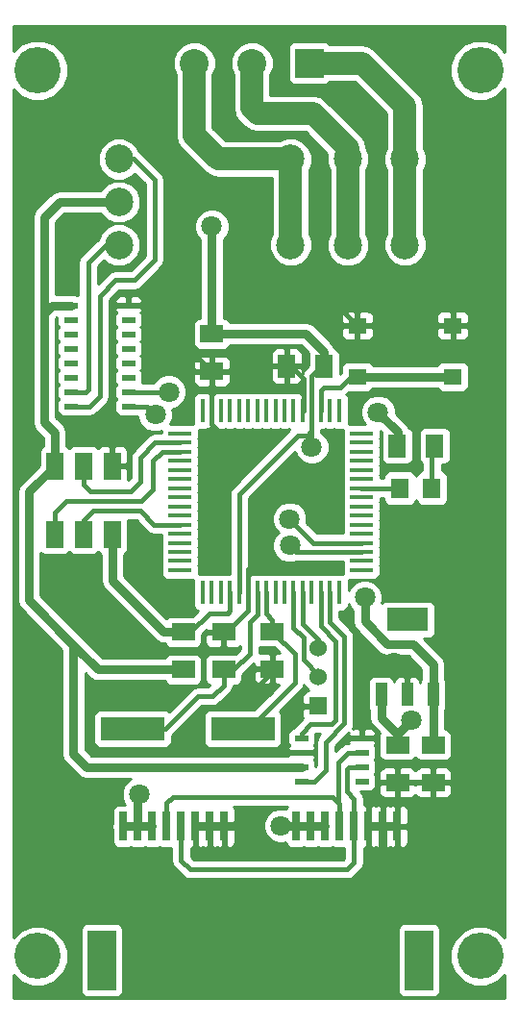
<source format=gtl>
G04 (created by PCBNEW (2013-may-18)-stable) date Sat 04 Apr 2015 12:39:56 AM CEST*
%MOIN*%
G04 Gerber Fmt 3.4, Leading zero omitted, Abs format*
%FSLAX34Y34*%
G01*
G70*
G90*
G04 APERTURE LIST*
%ADD10C,0.00590551*%
%ADD11R,0.0787X0.0177*%
%ADD12R,0.0177X0.0787*%
%ADD13R,0.0629921X0.0551181*%
%ADD14R,0.144X0.08*%
%ADD15R,0.04X0.08*%
%ADD16R,0.045X0.02*%
%ADD17R,0.08X0.06*%
%ADD18R,0.06X0.08*%
%ADD19R,0.0251968X0.1*%
%ADD20R,0.0996063X0.205118*%
%ADD21R,0.06X0.06*%
%ADD22C,0.06*%
%ADD23R,0.0590551X0.0917323*%
%ADD24C,0.0984252*%
%ADD25R,0.0629X0.0709*%
%ADD26R,0.2205X0.0827*%
%ADD27C,0.16*%
%ADD28R,0.1X0.1*%
%ADD29C,0.1*%
%ADD30C,0.0708661*%
%ADD31C,0.0314961*%
%ADD32C,0.0177165*%
%ADD33C,0.0787402*%
%ADD34C,0.01*%
G04 APERTURE END LIST*
G54D10*
G54D11*
X83291Y-43539D03*
X83291Y-43224D03*
X83291Y-42909D03*
X83291Y-42594D03*
X83291Y-42279D03*
X83291Y-41964D03*
X83291Y-41649D03*
X83291Y-41334D03*
X83291Y-46062D03*
X89587Y-46062D03*
X89587Y-41334D03*
X83291Y-43857D03*
X83291Y-44172D03*
X83291Y-44487D03*
X83291Y-44802D03*
X83291Y-45117D03*
X83291Y-45432D03*
X83291Y-45747D03*
X89587Y-45747D03*
X89587Y-45432D03*
X89587Y-45117D03*
X89587Y-44802D03*
X89587Y-44487D03*
X89587Y-44172D03*
X89587Y-43857D03*
X89587Y-43539D03*
X89587Y-43224D03*
X89587Y-42909D03*
X89587Y-42594D03*
X89587Y-42279D03*
X89587Y-41964D03*
X89587Y-41649D03*
G54D12*
X84075Y-40546D03*
X84389Y-40546D03*
X84705Y-40546D03*
X85019Y-40546D03*
X85335Y-40546D03*
X85649Y-40546D03*
X86595Y-40546D03*
X87225Y-40546D03*
X87539Y-40546D03*
X85965Y-40546D03*
X86279Y-40546D03*
X86909Y-40546D03*
X87855Y-40546D03*
X88169Y-40546D03*
X88485Y-40546D03*
X88799Y-40546D03*
X84075Y-46846D03*
X84389Y-46846D03*
X84705Y-46846D03*
X85019Y-46846D03*
X85335Y-46846D03*
X85649Y-46846D03*
X85965Y-46846D03*
X86279Y-46846D03*
X86595Y-46846D03*
X86909Y-46846D03*
X87225Y-46846D03*
X87539Y-46846D03*
X87855Y-46846D03*
X88169Y-46846D03*
X88485Y-46846D03*
X88799Y-46846D03*
G54D13*
X92748Y-39362D03*
X89440Y-39362D03*
X92748Y-37590D03*
X89440Y-37590D03*
G54D14*
X91169Y-47782D03*
G54D15*
X91169Y-50382D03*
X92069Y-50382D03*
X90269Y-50382D03*
G54D16*
X89601Y-51891D03*
X87501Y-51891D03*
X89601Y-52391D03*
X89601Y-52891D03*
X89601Y-53391D03*
X87501Y-52391D03*
X87501Y-52891D03*
X87501Y-53391D03*
X81500Y-40391D03*
X81500Y-39891D03*
X81500Y-39391D03*
X81500Y-38891D03*
X81500Y-38391D03*
X81500Y-37891D03*
X81500Y-37391D03*
X81500Y-36891D03*
X79500Y-36891D03*
X79500Y-37391D03*
X79500Y-37891D03*
X79500Y-38391D03*
X79500Y-38891D03*
X79500Y-39391D03*
X79500Y-39891D03*
X79500Y-40391D03*
G54D17*
X90838Y-52129D03*
X90838Y-53429D03*
X84389Y-37869D03*
X84389Y-39169D03*
G54D18*
X88279Y-39000D03*
X86979Y-39000D03*
G54D17*
X92070Y-53433D03*
X92070Y-52133D03*
X86488Y-49488D03*
X86488Y-48188D03*
X84799Y-48208D03*
X84799Y-49508D03*
X83401Y-49508D03*
X83401Y-48208D03*
G54D19*
X83328Y-54940D03*
X83828Y-54940D03*
X84328Y-54940D03*
X84828Y-54940D03*
X82828Y-54940D03*
X82328Y-54940D03*
X81828Y-54940D03*
X81328Y-54940D03*
X87328Y-54940D03*
X87828Y-54940D03*
X88328Y-54940D03*
X88828Y-54940D03*
X89328Y-54940D03*
X89828Y-54940D03*
X90328Y-54940D03*
X90828Y-54940D03*
G54D20*
X80578Y-59584D03*
X91578Y-59584D03*
G54D21*
X88078Y-50783D03*
G54D22*
X88078Y-49783D03*
X88078Y-48783D03*
G54D23*
X79940Y-42452D03*
X79940Y-44838D03*
X78940Y-42452D03*
X80940Y-42452D03*
X80940Y-44838D03*
X78940Y-44838D03*
G54D24*
X81173Y-31814D03*
X89110Y-31814D03*
X81173Y-34791D03*
X89110Y-34791D03*
X91094Y-31814D03*
X91094Y-34791D03*
X87125Y-31814D03*
X87125Y-34791D03*
X81173Y-33303D03*
G54D25*
X92027Y-43220D03*
X90909Y-43220D03*
G54D26*
X85464Y-51566D03*
X81646Y-51566D03*
G54D27*
X93700Y-59448D03*
X78346Y-59448D03*
X93700Y-28740D03*
X78346Y-28740D03*
G54D18*
X90818Y-41751D03*
X92118Y-41751D03*
G54D28*
X87783Y-28488D03*
G54D29*
X85783Y-28488D03*
X83783Y-28488D03*
G54D30*
X91299Y-51259D03*
X86791Y-54929D03*
X81870Y-53834D03*
X84393Y-34145D03*
X90161Y-40590D03*
X89696Y-47011D03*
X87858Y-41799D03*
X79948Y-47145D03*
X81181Y-48377D03*
X82874Y-47059D03*
X81838Y-45846D03*
X86909Y-42944D03*
X85606Y-41625D03*
X82917Y-38787D03*
X80917Y-41314D03*
X90704Y-49279D03*
X85649Y-36720D03*
X85681Y-39015D03*
X85712Y-50381D03*
X86129Y-45539D03*
X85468Y-54944D03*
X85468Y-57389D03*
X82897Y-39885D03*
X87090Y-44295D03*
X82433Y-40677D03*
X87098Y-45208D03*
G54D31*
X90838Y-52129D02*
X90838Y-51720D01*
X90838Y-51720D02*
X91299Y-51259D01*
X87328Y-54940D02*
X86803Y-54940D01*
X86803Y-54940D02*
X86791Y-54929D01*
X87828Y-54940D02*
X87328Y-54940D01*
X88328Y-54940D02*
X87828Y-54940D01*
X81828Y-54940D02*
X81328Y-54940D01*
X81828Y-53875D02*
X81828Y-54940D01*
X81870Y-53834D02*
X81828Y-53875D01*
X81828Y-54940D02*
X82328Y-54940D01*
X90838Y-52129D02*
X90838Y-51763D01*
X90269Y-51194D02*
X90269Y-50382D01*
X90838Y-51763D02*
X90269Y-51194D01*
X82328Y-54940D02*
X81828Y-54940D01*
X81173Y-33303D02*
X79118Y-33303D01*
X78582Y-33838D02*
X78582Y-37157D01*
X79118Y-33303D02*
X78582Y-33838D01*
X84389Y-37869D02*
X84389Y-34149D01*
X84389Y-34149D02*
X84393Y-34145D01*
X87501Y-52891D02*
X80049Y-52891D01*
X79590Y-48653D02*
X79661Y-48724D01*
X79590Y-52433D02*
X79590Y-48653D01*
X80049Y-52891D02*
X79590Y-52433D01*
X83401Y-49508D02*
X80445Y-49508D01*
X78051Y-43342D02*
X78940Y-42452D01*
X78051Y-47114D02*
X78051Y-43342D01*
X80445Y-49508D02*
X79661Y-48724D01*
X79661Y-48724D02*
X78051Y-47114D01*
G54D32*
X85335Y-46846D02*
X85335Y-43424D01*
X87704Y-41385D02*
X87855Y-41235D01*
X87374Y-41385D02*
X87704Y-41385D01*
X85335Y-43424D02*
X87374Y-41385D01*
G54D31*
X78940Y-42452D02*
X78940Y-41299D01*
X78940Y-41299D02*
X78582Y-40940D01*
X78582Y-40940D02*
X78582Y-37157D01*
X78848Y-36891D02*
X79500Y-36891D01*
X78582Y-37157D02*
X78848Y-36891D01*
X90830Y-41751D02*
X90830Y-41267D01*
X90161Y-40598D02*
X90161Y-40590D01*
X90830Y-41267D02*
X90161Y-40598D01*
G54D32*
X87855Y-40546D02*
X87855Y-41235D01*
X87855Y-41235D02*
X87855Y-41795D01*
G54D31*
X92069Y-49317D02*
X91381Y-48629D01*
X91381Y-48629D02*
X90480Y-48629D01*
X90480Y-48629D02*
X89696Y-47846D01*
X89696Y-47846D02*
X89696Y-47011D01*
X92069Y-49317D02*
X92069Y-50382D01*
G54D32*
X87855Y-41795D02*
X87858Y-41799D01*
G54D31*
X88279Y-38508D02*
X88279Y-39000D01*
G54D32*
X88279Y-39000D02*
X88185Y-39000D01*
X87855Y-39330D02*
X87855Y-40546D01*
X88185Y-39000D02*
X87855Y-39330D01*
G54D31*
X92070Y-52062D02*
X92070Y-50384D01*
X92070Y-50384D02*
X92069Y-50382D01*
X87641Y-37869D02*
X88279Y-38508D01*
X84389Y-37869D02*
X87641Y-37869D01*
G54D32*
X79940Y-42452D02*
X79940Y-43086D01*
X82428Y-41649D02*
X83291Y-41649D01*
X81901Y-42177D02*
X82428Y-41649D01*
X81901Y-43000D02*
X81901Y-42177D01*
X81582Y-43318D02*
X81901Y-43000D01*
X80173Y-43318D02*
X81582Y-43318D01*
X79940Y-43086D02*
X80173Y-43318D01*
X78940Y-44838D02*
X78940Y-44070D01*
X82669Y-41964D02*
X83291Y-41964D01*
X82350Y-42283D02*
X82669Y-41964D01*
X82350Y-43259D02*
X82350Y-42283D01*
X81944Y-43665D02*
X82350Y-43259D01*
X79346Y-43665D02*
X81944Y-43665D01*
X78940Y-44070D02*
X79346Y-43665D01*
G54D31*
X81181Y-48377D02*
X79948Y-47145D01*
X82874Y-46881D02*
X82874Y-47059D01*
X81838Y-45846D02*
X82874Y-46881D01*
G54D32*
X84389Y-40546D02*
X84389Y-40999D01*
X86129Y-43724D02*
X86129Y-45539D01*
X86909Y-42944D02*
X86129Y-43724D01*
X85015Y-41625D02*
X85606Y-41625D01*
X84389Y-40999D02*
X85015Y-41625D01*
X83983Y-38763D02*
X84389Y-39169D01*
X82940Y-38763D02*
X83983Y-38763D01*
X82917Y-38787D02*
X82940Y-38763D01*
X80940Y-41338D02*
X80917Y-41314D01*
X91169Y-50382D02*
X91169Y-49744D01*
X91169Y-49744D02*
X90704Y-49279D01*
X86979Y-39000D02*
X85696Y-39000D01*
X88629Y-36779D02*
X89440Y-37590D01*
X85708Y-36779D02*
X88629Y-36779D01*
X85649Y-36720D02*
X85708Y-36779D01*
X85696Y-39000D02*
X85681Y-39015D01*
X86488Y-49488D02*
X86488Y-49606D01*
X86488Y-49606D02*
X85712Y-50381D01*
X85649Y-46020D02*
X85649Y-46846D01*
X86129Y-45539D02*
X85649Y-46020D01*
X80940Y-42452D02*
X80940Y-41338D01*
X84389Y-39169D02*
X84389Y-40546D01*
X84389Y-40546D02*
X84389Y-40546D01*
X86979Y-39000D02*
X87133Y-39000D01*
X87577Y-40546D02*
X87539Y-40546D01*
X87577Y-39443D02*
X87577Y-40546D01*
X87133Y-39000D02*
X87577Y-39443D01*
G54D31*
X90828Y-54940D02*
X90328Y-54940D01*
X90328Y-54940D02*
X89828Y-54940D01*
X84828Y-54940D02*
X85464Y-54940D01*
X85464Y-54940D02*
X85468Y-54944D01*
X90328Y-56820D02*
X90328Y-54940D01*
X85468Y-57389D02*
X85484Y-57405D01*
X85484Y-57405D02*
X89744Y-57405D01*
X89744Y-57405D02*
X90328Y-56820D01*
X84328Y-54940D02*
X84828Y-54940D01*
X83828Y-54940D02*
X84328Y-54940D01*
G54D32*
X84799Y-48208D02*
X84909Y-48208D01*
X85661Y-46859D02*
X85649Y-46846D01*
X85661Y-47456D02*
X85661Y-46859D01*
X84909Y-48208D02*
X85661Y-47456D01*
X88078Y-49783D02*
X88078Y-49685D01*
X87225Y-48067D02*
X87225Y-46846D01*
X87570Y-48413D02*
X87225Y-48067D01*
X87570Y-49177D02*
X87570Y-48413D01*
X88078Y-49685D02*
X87570Y-49177D01*
X88078Y-48783D02*
X88078Y-48460D01*
X87539Y-47920D02*
X87539Y-46846D01*
X88078Y-48460D02*
X87539Y-47920D01*
X89587Y-45117D02*
X87913Y-45117D01*
X82891Y-39891D02*
X81500Y-39891D01*
X82897Y-39885D02*
X82891Y-39891D01*
X87913Y-45117D02*
X87090Y-44295D01*
X89587Y-45432D02*
X87322Y-45432D01*
X82147Y-40391D02*
X81500Y-40391D01*
X82433Y-40677D02*
X82147Y-40391D01*
X87322Y-45432D02*
X87098Y-45208D01*
G54D33*
X91094Y-34791D02*
X91094Y-31814D01*
X91094Y-31814D02*
X91094Y-29976D01*
X89606Y-28488D02*
X87783Y-28488D01*
X91094Y-29976D02*
X89606Y-28488D01*
G54D32*
X81173Y-31814D02*
X81688Y-31814D01*
X80155Y-40391D02*
X79500Y-40391D01*
X80500Y-40047D02*
X80155Y-40391D01*
X80500Y-36559D02*
X80500Y-40047D01*
X81043Y-36015D02*
X80500Y-36559D01*
X81704Y-36015D02*
X81043Y-36015D01*
X82413Y-35307D02*
X81704Y-36015D01*
X82413Y-32539D02*
X82413Y-35307D01*
X81688Y-31814D02*
X82413Y-32539D01*
X81173Y-34791D02*
X80708Y-34791D01*
X80005Y-39891D02*
X79500Y-39891D01*
X80098Y-39799D02*
X80005Y-39891D01*
X80098Y-35401D02*
X80098Y-39799D01*
X80708Y-34791D02*
X80098Y-35401D01*
X89440Y-39362D02*
X89200Y-39362D01*
X88169Y-39838D02*
X88169Y-40546D01*
X88287Y-39720D02*
X88169Y-39838D01*
X88842Y-39720D02*
X88287Y-39720D01*
X89200Y-39362D02*
X88842Y-39720D01*
G54D31*
X92748Y-39362D02*
X89440Y-39362D01*
G54D32*
X89328Y-54940D02*
X89328Y-56202D01*
X83328Y-56135D02*
X83328Y-54940D01*
X83637Y-56444D02*
X83328Y-56135D01*
X89086Y-56444D02*
X83637Y-56444D01*
X89328Y-56202D02*
X89086Y-56444D01*
X89601Y-52891D02*
X89147Y-52891D01*
X89328Y-53998D02*
X89328Y-54940D01*
X89078Y-53748D02*
X89328Y-53998D01*
X89078Y-52960D02*
X89078Y-53748D01*
X89147Y-52891D02*
X89078Y-52960D01*
X88828Y-54940D02*
X88828Y-54179D01*
X82828Y-54147D02*
X82828Y-54940D01*
X83035Y-53940D02*
X82828Y-54147D01*
X88590Y-53940D02*
X83035Y-53940D01*
X88828Y-54179D02*
X88590Y-53940D01*
X89601Y-52391D02*
X89120Y-52391D01*
X88828Y-54159D02*
X88828Y-54940D01*
X88779Y-54110D02*
X88828Y-54159D01*
X88779Y-52732D02*
X88779Y-54110D01*
X89120Y-52391D02*
X88779Y-52732D01*
G54D33*
X87125Y-34791D02*
X87125Y-31814D01*
X87125Y-31814D02*
X84614Y-31814D01*
X83783Y-30984D02*
X83783Y-28488D01*
X84614Y-31814D02*
X83783Y-30984D01*
X89110Y-34791D02*
X89110Y-31814D01*
X89110Y-31814D02*
X89110Y-31448D01*
X85783Y-30039D02*
X85783Y-28488D01*
X85984Y-30240D02*
X85783Y-30039D01*
X87901Y-30240D02*
X85984Y-30240D01*
X89110Y-31448D02*
X87901Y-30240D01*
G54D32*
X90909Y-43220D02*
X89591Y-43220D01*
X89591Y-43220D02*
X89587Y-43224D01*
X81646Y-51566D02*
X82783Y-51566D01*
X84799Y-50051D02*
X84799Y-49508D01*
X84409Y-50440D02*
X84799Y-50051D01*
X83909Y-50440D02*
X84409Y-50440D01*
X82783Y-51566D02*
X83909Y-50440D01*
X84799Y-49508D02*
X85153Y-49508D01*
X85965Y-47601D02*
X85965Y-46846D01*
X85708Y-47858D02*
X85965Y-47601D01*
X85708Y-48952D02*
X85708Y-47858D01*
X85153Y-49508D02*
X85708Y-48952D01*
X85464Y-51566D02*
X85673Y-51566D01*
X87271Y-48972D02*
X86488Y-48188D01*
X87271Y-49968D02*
X87271Y-48972D01*
X85673Y-51566D02*
X87271Y-49968D01*
X86488Y-48188D02*
X86488Y-47787D01*
X86279Y-47578D02*
X86279Y-46846D01*
X86488Y-47787D02*
X86279Y-47578D01*
X87501Y-51891D02*
X87501Y-51727D01*
X88169Y-47999D02*
X88169Y-46846D01*
X88688Y-48519D02*
X88169Y-47999D01*
X88688Y-51259D02*
X88688Y-48519D01*
X88547Y-51401D02*
X88688Y-51259D01*
X87826Y-51401D02*
X88547Y-51401D01*
X87501Y-51727D02*
X87826Y-51401D01*
X87501Y-53391D02*
X87946Y-53391D01*
X88485Y-47855D02*
X88485Y-46846D01*
X88988Y-48358D02*
X88485Y-47855D01*
X88988Y-51381D02*
X88988Y-48358D01*
X88350Y-52019D02*
X88988Y-51381D01*
X88350Y-52988D02*
X88350Y-52019D01*
X87946Y-53391D02*
X88350Y-52988D01*
X92027Y-43220D02*
X92027Y-41854D01*
X92027Y-41854D02*
X92130Y-41751D01*
X79940Y-44838D02*
X79940Y-44334D01*
X82381Y-44487D02*
X83291Y-44487D01*
X81905Y-44011D02*
X82381Y-44487D01*
X80263Y-44011D02*
X81905Y-44011D01*
X79940Y-44334D02*
X80263Y-44011D01*
G54D31*
X83401Y-48208D02*
X82724Y-48208D01*
X80940Y-46425D02*
X80940Y-44838D01*
X82724Y-48208D02*
X80940Y-46425D01*
G54D32*
X83401Y-48208D02*
X83653Y-48208D01*
X85019Y-47469D02*
X85019Y-46846D01*
X84937Y-47551D02*
X85019Y-47469D01*
X84311Y-47551D02*
X84937Y-47551D01*
X83653Y-48208D02*
X84311Y-47551D01*
G54D10*
G36*
X83905Y-47477D02*
X83725Y-47658D01*
X82952Y-47658D01*
X82860Y-47696D01*
X82824Y-47732D01*
X81348Y-46256D01*
X81348Y-45521D01*
X81377Y-45509D01*
X81448Y-45439D01*
X81486Y-45347D01*
X81486Y-45247D01*
X81486Y-44350D01*
X81765Y-44350D01*
X82142Y-44727D01*
X82251Y-44800D01*
X82251Y-44800D01*
X82381Y-44826D01*
X82647Y-44826D01*
X82647Y-44940D01*
X82655Y-44960D01*
X82647Y-44979D01*
X82647Y-45078D01*
X82647Y-45255D01*
X82655Y-45275D01*
X82647Y-45294D01*
X82647Y-45393D01*
X82647Y-45570D01*
X82655Y-45590D01*
X82647Y-45609D01*
X82647Y-45708D01*
X82647Y-45885D01*
X82655Y-45905D01*
X82647Y-45924D01*
X82647Y-46023D01*
X82647Y-46200D01*
X82685Y-46292D01*
X82755Y-46363D01*
X82847Y-46401D01*
X82947Y-46401D01*
X83734Y-46401D01*
X83738Y-46399D01*
X83736Y-46403D01*
X83736Y-46502D01*
X83736Y-47289D01*
X83774Y-47381D01*
X83844Y-47452D01*
X83905Y-47477D01*
X83905Y-47477D01*
G37*
G54D34*
X83905Y-47477D02*
X83725Y-47658D01*
X82952Y-47658D01*
X82860Y-47696D01*
X82824Y-47732D01*
X81348Y-46256D01*
X81348Y-45521D01*
X81377Y-45509D01*
X81448Y-45439D01*
X81486Y-45347D01*
X81486Y-45247D01*
X81486Y-44350D01*
X81765Y-44350D01*
X82142Y-44727D01*
X82251Y-44800D01*
X82251Y-44800D01*
X82381Y-44826D01*
X82647Y-44826D01*
X82647Y-44940D01*
X82655Y-44960D01*
X82647Y-44979D01*
X82647Y-45078D01*
X82647Y-45255D01*
X82655Y-45275D01*
X82647Y-45294D01*
X82647Y-45393D01*
X82647Y-45570D01*
X82655Y-45590D01*
X82647Y-45609D01*
X82647Y-45708D01*
X82647Y-45885D01*
X82655Y-45905D01*
X82647Y-45924D01*
X82647Y-46023D01*
X82647Y-46200D01*
X82685Y-46292D01*
X82755Y-46363D01*
X82847Y-46401D01*
X82947Y-46401D01*
X83734Y-46401D01*
X83738Y-46399D01*
X83736Y-46403D01*
X83736Y-46502D01*
X83736Y-47289D01*
X83774Y-47381D01*
X83844Y-47452D01*
X83905Y-47477D01*
G54D10*
G36*
X87090Y-41190D02*
X85095Y-43185D01*
X85022Y-43295D01*
X84996Y-43424D01*
X84996Y-46203D01*
X84880Y-46203D01*
X84862Y-46211D01*
X84843Y-46203D01*
X84743Y-46203D01*
X84566Y-46203D01*
X84547Y-46211D01*
X84527Y-46203D01*
X84427Y-46203D01*
X84250Y-46203D01*
X84232Y-46211D01*
X84213Y-46203D01*
X84113Y-46203D01*
X83936Y-46203D01*
X83932Y-46204D01*
X83934Y-46201D01*
X83934Y-46101D01*
X83934Y-45924D01*
X83926Y-45905D01*
X83934Y-45886D01*
X83934Y-45786D01*
X83934Y-45609D01*
X83926Y-45590D01*
X83934Y-45571D01*
X83934Y-45471D01*
X83934Y-45294D01*
X83926Y-45275D01*
X83934Y-45256D01*
X83934Y-45156D01*
X83934Y-44979D01*
X83926Y-44960D01*
X83934Y-44941D01*
X83934Y-44841D01*
X83934Y-44664D01*
X83926Y-44645D01*
X83934Y-44626D01*
X83934Y-44526D01*
X83934Y-44349D01*
X83926Y-44330D01*
X83934Y-44311D01*
X83934Y-44211D01*
X83934Y-44034D01*
X83926Y-44015D01*
X83934Y-43996D01*
X83934Y-43896D01*
X83934Y-43719D01*
X83925Y-43698D01*
X83934Y-43678D01*
X83934Y-43578D01*
X83934Y-43401D01*
X83926Y-43382D01*
X83934Y-43363D01*
X83934Y-43263D01*
X83934Y-43086D01*
X83926Y-43067D01*
X83934Y-43048D01*
X83934Y-42948D01*
X83934Y-42771D01*
X83926Y-42752D01*
X83934Y-42733D01*
X83934Y-42633D01*
X83934Y-42456D01*
X83926Y-42437D01*
X83934Y-42418D01*
X83934Y-42318D01*
X83934Y-42141D01*
X83926Y-42122D01*
X83934Y-42103D01*
X83934Y-42003D01*
X83934Y-41826D01*
X83926Y-41807D01*
X83934Y-41788D01*
X83934Y-41688D01*
X83934Y-41511D01*
X83926Y-41492D01*
X83934Y-41473D01*
X83934Y-41373D01*
X83934Y-41196D01*
X83930Y-41187D01*
X83936Y-41190D01*
X84036Y-41190D01*
X84213Y-41190D01*
X84232Y-41182D01*
X84250Y-41190D01*
X84282Y-41190D01*
X84344Y-41127D01*
X84344Y-41112D01*
X84375Y-41082D01*
X84389Y-41046D01*
X84404Y-41081D01*
X84433Y-41110D01*
X84433Y-41127D01*
X84495Y-41190D01*
X84527Y-41190D01*
X84546Y-41182D01*
X84566Y-41190D01*
X84666Y-41190D01*
X84843Y-41190D01*
X84861Y-41182D01*
X84880Y-41190D01*
X84980Y-41190D01*
X85157Y-41190D01*
X85176Y-41182D01*
X85196Y-41190D01*
X85296Y-41190D01*
X85473Y-41190D01*
X85491Y-41182D01*
X85510Y-41190D01*
X85610Y-41190D01*
X85787Y-41190D01*
X85806Y-41182D01*
X85826Y-41190D01*
X85926Y-41190D01*
X86103Y-41190D01*
X86121Y-41182D01*
X86140Y-41190D01*
X86240Y-41190D01*
X86417Y-41190D01*
X86436Y-41182D01*
X86456Y-41190D01*
X86556Y-41190D01*
X86733Y-41190D01*
X86751Y-41182D01*
X86770Y-41190D01*
X86870Y-41190D01*
X87047Y-41190D01*
X87066Y-41182D01*
X87086Y-41190D01*
X87090Y-41190D01*
X87090Y-41190D01*
G37*
G54D34*
X87090Y-41190D02*
X85095Y-43185D01*
X85022Y-43295D01*
X84996Y-43424D01*
X84996Y-46203D01*
X84880Y-46203D01*
X84862Y-46211D01*
X84843Y-46203D01*
X84743Y-46203D01*
X84566Y-46203D01*
X84547Y-46211D01*
X84527Y-46203D01*
X84427Y-46203D01*
X84250Y-46203D01*
X84232Y-46211D01*
X84213Y-46203D01*
X84113Y-46203D01*
X83936Y-46203D01*
X83932Y-46204D01*
X83934Y-46201D01*
X83934Y-46101D01*
X83934Y-45924D01*
X83926Y-45905D01*
X83934Y-45886D01*
X83934Y-45786D01*
X83934Y-45609D01*
X83926Y-45590D01*
X83934Y-45571D01*
X83934Y-45471D01*
X83934Y-45294D01*
X83926Y-45275D01*
X83934Y-45256D01*
X83934Y-45156D01*
X83934Y-44979D01*
X83926Y-44960D01*
X83934Y-44941D01*
X83934Y-44841D01*
X83934Y-44664D01*
X83926Y-44645D01*
X83934Y-44626D01*
X83934Y-44526D01*
X83934Y-44349D01*
X83926Y-44330D01*
X83934Y-44311D01*
X83934Y-44211D01*
X83934Y-44034D01*
X83926Y-44015D01*
X83934Y-43996D01*
X83934Y-43896D01*
X83934Y-43719D01*
X83925Y-43698D01*
X83934Y-43678D01*
X83934Y-43578D01*
X83934Y-43401D01*
X83926Y-43382D01*
X83934Y-43363D01*
X83934Y-43263D01*
X83934Y-43086D01*
X83926Y-43067D01*
X83934Y-43048D01*
X83934Y-42948D01*
X83934Y-42771D01*
X83926Y-42752D01*
X83934Y-42733D01*
X83934Y-42633D01*
X83934Y-42456D01*
X83926Y-42437D01*
X83934Y-42418D01*
X83934Y-42318D01*
X83934Y-42141D01*
X83926Y-42122D01*
X83934Y-42103D01*
X83934Y-42003D01*
X83934Y-41826D01*
X83926Y-41807D01*
X83934Y-41788D01*
X83934Y-41688D01*
X83934Y-41511D01*
X83926Y-41492D01*
X83934Y-41473D01*
X83934Y-41373D01*
X83934Y-41196D01*
X83930Y-41187D01*
X83936Y-41190D01*
X84036Y-41190D01*
X84213Y-41190D01*
X84232Y-41182D01*
X84250Y-41190D01*
X84282Y-41190D01*
X84344Y-41127D01*
X84344Y-41112D01*
X84375Y-41082D01*
X84389Y-41046D01*
X84404Y-41081D01*
X84433Y-41110D01*
X84433Y-41127D01*
X84495Y-41190D01*
X84527Y-41190D01*
X84546Y-41182D01*
X84566Y-41190D01*
X84666Y-41190D01*
X84843Y-41190D01*
X84861Y-41182D01*
X84880Y-41190D01*
X84980Y-41190D01*
X85157Y-41190D01*
X85176Y-41182D01*
X85196Y-41190D01*
X85296Y-41190D01*
X85473Y-41190D01*
X85491Y-41182D01*
X85510Y-41190D01*
X85610Y-41190D01*
X85787Y-41190D01*
X85806Y-41182D01*
X85826Y-41190D01*
X85926Y-41190D01*
X86103Y-41190D01*
X86121Y-41182D01*
X86140Y-41190D01*
X86240Y-41190D01*
X86417Y-41190D01*
X86436Y-41182D01*
X86456Y-41190D01*
X86556Y-41190D01*
X86733Y-41190D01*
X86751Y-41182D01*
X86770Y-41190D01*
X86870Y-41190D01*
X87047Y-41190D01*
X87066Y-41182D01*
X87086Y-41190D01*
X87090Y-41190D01*
G54D10*
G36*
X88151Y-51740D02*
X88110Y-51780D01*
X88037Y-51890D01*
X88011Y-52019D01*
X88011Y-52847D01*
X87976Y-52883D01*
X87976Y-52742D01*
X87938Y-52650D01*
X87929Y-52641D01*
X87938Y-52633D01*
X87976Y-52541D01*
X87976Y-52504D01*
X87913Y-52441D01*
X87551Y-52441D01*
X87551Y-52449D01*
X87451Y-52449D01*
X87451Y-52441D01*
X87088Y-52441D01*
X87046Y-52484D01*
X80217Y-52484D01*
X79998Y-52264D01*
X79998Y-49637D01*
X80157Y-49796D01*
X80157Y-49796D01*
X80236Y-49849D01*
X80289Y-49884D01*
X80289Y-49884D01*
X80445Y-49915D01*
X80445Y-49915D01*
X80445Y-49915D01*
X82775Y-49915D01*
X82789Y-49949D01*
X82859Y-50020D01*
X82951Y-50058D01*
X83051Y-50058D01*
X83851Y-50058D01*
X83943Y-50020D01*
X84013Y-49950D01*
X84051Y-49858D01*
X84051Y-49758D01*
X84051Y-49158D01*
X84013Y-49066D01*
X83943Y-48996D01*
X83851Y-48958D01*
X83752Y-48958D01*
X82952Y-48958D01*
X82860Y-48996D01*
X82789Y-49066D01*
X82775Y-49100D01*
X80614Y-49100D01*
X79949Y-48436D01*
X79949Y-48436D01*
X79878Y-48365D01*
X79878Y-48365D01*
X79878Y-48365D01*
X78458Y-46945D01*
X78458Y-45463D01*
X78503Y-45509D01*
X78595Y-45547D01*
X78695Y-45547D01*
X79285Y-45547D01*
X79377Y-45509D01*
X79440Y-45446D01*
X79503Y-45509D01*
X79595Y-45547D01*
X79695Y-45547D01*
X80285Y-45547D01*
X80377Y-45509D01*
X80440Y-45446D01*
X80503Y-45509D01*
X80533Y-45521D01*
X80533Y-46425D01*
X80533Y-46425D01*
X80564Y-46581D01*
X80652Y-46713D01*
X82435Y-48496D01*
X82435Y-48496D01*
X82515Y-48549D01*
X82568Y-48584D01*
X82568Y-48584D01*
X82724Y-48615D01*
X82724Y-48615D01*
X82724Y-48615D01*
X82775Y-48615D01*
X82789Y-48649D01*
X82859Y-48720D01*
X82951Y-48758D01*
X83051Y-48758D01*
X83851Y-48758D01*
X83943Y-48720D01*
X84013Y-48650D01*
X84051Y-48558D01*
X84051Y-48458D01*
X84051Y-48289D01*
X84197Y-48143D01*
X84211Y-48158D01*
X84749Y-48158D01*
X84749Y-48150D01*
X84849Y-48150D01*
X84849Y-48158D01*
X84857Y-48158D01*
X84857Y-48258D01*
X84849Y-48258D01*
X84849Y-48695D01*
X84911Y-48758D01*
X85149Y-48758D01*
X85249Y-48758D01*
X85341Y-48720D01*
X85370Y-48690D01*
X85370Y-48812D01*
X85224Y-48958D01*
X85149Y-48958D01*
X84749Y-48958D01*
X84749Y-48695D01*
X84749Y-48258D01*
X84211Y-48258D01*
X84149Y-48320D01*
X84149Y-48557D01*
X84187Y-48649D01*
X84257Y-48720D01*
X84349Y-48758D01*
X84448Y-48758D01*
X84686Y-48758D01*
X84749Y-48695D01*
X84749Y-48958D01*
X84349Y-48958D01*
X84257Y-48996D01*
X84187Y-49066D01*
X84149Y-49158D01*
X84149Y-49257D01*
X84149Y-49857D01*
X84187Y-49949D01*
X84257Y-50020D01*
X84323Y-50047D01*
X84269Y-50102D01*
X83909Y-50102D01*
X83909Y-50102D01*
X83779Y-50128D01*
X83670Y-50201D01*
X83670Y-50201D01*
X82910Y-50961D01*
X82890Y-50941D01*
X82798Y-50903D01*
X82699Y-50903D01*
X80494Y-50903D01*
X80402Y-50941D01*
X80331Y-51011D01*
X80293Y-51103D01*
X80293Y-51202D01*
X80293Y-52029D01*
X80331Y-52121D01*
X80401Y-52192D01*
X80493Y-52230D01*
X80593Y-52230D01*
X82798Y-52230D01*
X82890Y-52192D01*
X82960Y-52122D01*
X82998Y-52030D01*
X82998Y-51930D01*
X82998Y-51822D01*
X83022Y-51806D01*
X84049Y-50779D01*
X84409Y-50779D01*
X84539Y-50753D01*
X84539Y-50753D01*
X84648Y-50680D01*
X85038Y-50290D01*
X85112Y-50180D01*
X85136Y-50058D01*
X85248Y-50058D01*
X85340Y-50020D01*
X85411Y-49950D01*
X85449Y-49858D01*
X85449Y-49758D01*
X85449Y-49690D01*
X85838Y-49302D01*
X85838Y-49376D01*
X85900Y-49438D01*
X86438Y-49438D01*
X86438Y-49001D01*
X86375Y-48938D01*
X86137Y-48938D01*
X86047Y-48938D01*
X86047Y-48738D01*
X86137Y-48738D01*
X86559Y-48738D01*
X86759Y-48938D01*
X86600Y-48938D01*
X86538Y-49001D01*
X86538Y-49438D01*
X86546Y-49438D01*
X86546Y-49538D01*
X86538Y-49538D01*
X86538Y-49976D01*
X86600Y-50038D01*
X86722Y-50038D01*
X86438Y-50323D01*
X86438Y-49976D01*
X86438Y-49538D01*
X85900Y-49538D01*
X85838Y-49601D01*
X85838Y-49838D01*
X85876Y-49930D01*
X85946Y-50000D01*
X86038Y-50038D01*
X86137Y-50038D01*
X86375Y-50038D01*
X86438Y-49976D01*
X86438Y-50323D01*
X85857Y-50903D01*
X84312Y-50903D01*
X84220Y-50941D01*
X84149Y-51011D01*
X84111Y-51103D01*
X84111Y-51202D01*
X84111Y-52029D01*
X84149Y-52121D01*
X84219Y-52192D01*
X84311Y-52230D01*
X84411Y-52230D01*
X86616Y-52230D01*
X86708Y-52192D01*
X86778Y-52122D01*
X86816Y-52030D01*
X86816Y-51930D01*
X86816Y-51103D01*
X86778Y-51012D01*
X86742Y-50976D01*
X87511Y-50207D01*
X87584Y-50098D01*
X87584Y-50098D01*
X87593Y-50050D01*
X87612Y-50094D01*
X87750Y-50233D01*
X87728Y-50233D01*
X87636Y-50271D01*
X87566Y-50342D01*
X87528Y-50433D01*
X87528Y-50670D01*
X87591Y-50733D01*
X88028Y-50733D01*
X88028Y-50725D01*
X88128Y-50725D01*
X88128Y-50733D01*
X88136Y-50733D01*
X88136Y-50833D01*
X88128Y-50833D01*
X88128Y-50841D01*
X88028Y-50841D01*
X88028Y-50833D01*
X87591Y-50833D01*
X87528Y-50895D01*
X87528Y-51132D01*
X87554Y-51195D01*
X87261Y-51487D01*
X87225Y-51542D01*
X87225Y-51542D01*
X87134Y-51579D01*
X87064Y-51649D01*
X87026Y-51741D01*
X87026Y-51841D01*
X87026Y-52041D01*
X87064Y-52133D01*
X87072Y-52141D01*
X87064Y-52150D01*
X87026Y-52242D01*
X87026Y-52279D01*
X87088Y-52341D01*
X87451Y-52341D01*
X87451Y-52333D01*
X87551Y-52333D01*
X87551Y-52341D01*
X87913Y-52341D01*
X87976Y-52279D01*
X87976Y-52242D01*
X87938Y-52150D01*
X87929Y-52141D01*
X87937Y-52133D01*
X87976Y-52041D01*
X87976Y-51942D01*
X87976Y-51742D01*
X87975Y-51740D01*
X88151Y-51740D01*
X88151Y-51740D01*
G37*
G54D34*
X88151Y-51740D02*
X88110Y-51780D01*
X88037Y-51890D01*
X88011Y-52019D01*
X88011Y-52847D01*
X87976Y-52883D01*
X87976Y-52742D01*
X87938Y-52650D01*
X87929Y-52641D01*
X87938Y-52633D01*
X87976Y-52541D01*
X87976Y-52504D01*
X87913Y-52441D01*
X87551Y-52441D01*
X87551Y-52449D01*
X87451Y-52449D01*
X87451Y-52441D01*
X87088Y-52441D01*
X87046Y-52484D01*
X80217Y-52484D01*
X79998Y-52264D01*
X79998Y-49637D01*
X80157Y-49796D01*
X80157Y-49796D01*
X80236Y-49849D01*
X80289Y-49884D01*
X80289Y-49884D01*
X80445Y-49915D01*
X80445Y-49915D01*
X80445Y-49915D01*
X82775Y-49915D01*
X82789Y-49949D01*
X82859Y-50020D01*
X82951Y-50058D01*
X83051Y-50058D01*
X83851Y-50058D01*
X83943Y-50020D01*
X84013Y-49950D01*
X84051Y-49858D01*
X84051Y-49758D01*
X84051Y-49158D01*
X84013Y-49066D01*
X83943Y-48996D01*
X83851Y-48958D01*
X83752Y-48958D01*
X82952Y-48958D01*
X82860Y-48996D01*
X82789Y-49066D01*
X82775Y-49100D01*
X80614Y-49100D01*
X79949Y-48436D01*
X79949Y-48436D01*
X79878Y-48365D01*
X79878Y-48365D01*
X79878Y-48365D01*
X78458Y-46945D01*
X78458Y-45463D01*
X78503Y-45509D01*
X78595Y-45547D01*
X78695Y-45547D01*
X79285Y-45547D01*
X79377Y-45509D01*
X79440Y-45446D01*
X79503Y-45509D01*
X79595Y-45547D01*
X79695Y-45547D01*
X80285Y-45547D01*
X80377Y-45509D01*
X80440Y-45446D01*
X80503Y-45509D01*
X80533Y-45521D01*
X80533Y-46425D01*
X80533Y-46425D01*
X80564Y-46581D01*
X80652Y-46713D01*
X82435Y-48496D01*
X82435Y-48496D01*
X82515Y-48549D01*
X82568Y-48584D01*
X82568Y-48584D01*
X82724Y-48615D01*
X82724Y-48615D01*
X82724Y-48615D01*
X82775Y-48615D01*
X82789Y-48649D01*
X82859Y-48720D01*
X82951Y-48758D01*
X83051Y-48758D01*
X83851Y-48758D01*
X83943Y-48720D01*
X84013Y-48650D01*
X84051Y-48558D01*
X84051Y-48458D01*
X84051Y-48289D01*
X84197Y-48143D01*
X84211Y-48158D01*
X84749Y-48158D01*
X84749Y-48150D01*
X84849Y-48150D01*
X84849Y-48158D01*
X84857Y-48158D01*
X84857Y-48258D01*
X84849Y-48258D01*
X84849Y-48695D01*
X84911Y-48758D01*
X85149Y-48758D01*
X85249Y-48758D01*
X85341Y-48720D01*
X85370Y-48690D01*
X85370Y-48812D01*
X85224Y-48958D01*
X85149Y-48958D01*
X84749Y-48958D01*
X84749Y-48695D01*
X84749Y-48258D01*
X84211Y-48258D01*
X84149Y-48320D01*
X84149Y-48557D01*
X84187Y-48649D01*
X84257Y-48720D01*
X84349Y-48758D01*
X84448Y-48758D01*
X84686Y-48758D01*
X84749Y-48695D01*
X84749Y-48958D01*
X84349Y-48958D01*
X84257Y-48996D01*
X84187Y-49066D01*
X84149Y-49158D01*
X84149Y-49257D01*
X84149Y-49857D01*
X84187Y-49949D01*
X84257Y-50020D01*
X84323Y-50047D01*
X84269Y-50102D01*
X83909Y-50102D01*
X83909Y-50102D01*
X83779Y-50128D01*
X83670Y-50201D01*
X83670Y-50201D01*
X82910Y-50961D01*
X82890Y-50941D01*
X82798Y-50903D01*
X82699Y-50903D01*
X80494Y-50903D01*
X80402Y-50941D01*
X80331Y-51011D01*
X80293Y-51103D01*
X80293Y-51202D01*
X80293Y-52029D01*
X80331Y-52121D01*
X80401Y-52192D01*
X80493Y-52230D01*
X80593Y-52230D01*
X82798Y-52230D01*
X82890Y-52192D01*
X82960Y-52122D01*
X82998Y-52030D01*
X82998Y-51930D01*
X82998Y-51822D01*
X83022Y-51806D01*
X84049Y-50779D01*
X84409Y-50779D01*
X84539Y-50753D01*
X84539Y-50753D01*
X84648Y-50680D01*
X85038Y-50290D01*
X85112Y-50180D01*
X85136Y-50058D01*
X85248Y-50058D01*
X85340Y-50020D01*
X85411Y-49950D01*
X85449Y-49858D01*
X85449Y-49758D01*
X85449Y-49690D01*
X85838Y-49302D01*
X85838Y-49376D01*
X85900Y-49438D01*
X86438Y-49438D01*
X86438Y-49001D01*
X86375Y-48938D01*
X86137Y-48938D01*
X86047Y-48938D01*
X86047Y-48738D01*
X86137Y-48738D01*
X86559Y-48738D01*
X86759Y-48938D01*
X86600Y-48938D01*
X86538Y-49001D01*
X86538Y-49438D01*
X86546Y-49438D01*
X86546Y-49538D01*
X86538Y-49538D01*
X86538Y-49976D01*
X86600Y-50038D01*
X86722Y-50038D01*
X86438Y-50323D01*
X86438Y-49976D01*
X86438Y-49538D01*
X85900Y-49538D01*
X85838Y-49601D01*
X85838Y-49838D01*
X85876Y-49930D01*
X85946Y-50000D01*
X86038Y-50038D01*
X86137Y-50038D01*
X86375Y-50038D01*
X86438Y-49976D01*
X86438Y-50323D01*
X85857Y-50903D01*
X84312Y-50903D01*
X84220Y-50941D01*
X84149Y-51011D01*
X84111Y-51103D01*
X84111Y-51202D01*
X84111Y-52029D01*
X84149Y-52121D01*
X84219Y-52192D01*
X84311Y-52230D01*
X84411Y-52230D01*
X86616Y-52230D01*
X86708Y-52192D01*
X86778Y-52122D01*
X86816Y-52030D01*
X86816Y-51930D01*
X86816Y-51103D01*
X86778Y-51012D01*
X86742Y-50976D01*
X87511Y-50207D01*
X87584Y-50098D01*
X87584Y-50098D01*
X87593Y-50050D01*
X87612Y-50094D01*
X87750Y-50233D01*
X87728Y-50233D01*
X87636Y-50271D01*
X87566Y-50342D01*
X87528Y-50433D01*
X87528Y-50670D01*
X87591Y-50733D01*
X88028Y-50733D01*
X88028Y-50725D01*
X88128Y-50725D01*
X88128Y-50733D01*
X88136Y-50733D01*
X88136Y-50833D01*
X88128Y-50833D01*
X88128Y-50841D01*
X88028Y-50841D01*
X88028Y-50833D01*
X87591Y-50833D01*
X87528Y-50895D01*
X87528Y-51132D01*
X87554Y-51195D01*
X87261Y-51487D01*
X87225Y-51542D01*
X87225Y-51542D01*
X87134Y-51579D01*
X87064Y-51649D01*
X87026Y-51741D01*
X87026Y-51841D01*
X87026Y-52041D01*
X87064Y-52133D01*
X87072Y-52141D01*
X87064Y-52150D01*
X87026Y-52242D01*
X87026Y-52279D01*
X87088Y-52341D01*
X87451Y-52341D01*
X87451Y-52333D01*
X87551Y-52333D01*
X87551Y-52341D01*
X87913Y-52341D01*
X87976Y-52279D01*
X87976Y-52242D01*
X87938Y-52150D01*
X87929Y-52141D01*
X87937Y-52133D01*
X87976Y-52041D01*
X87976Y-51942D01*
X87976Y-51742D01*
X87975Y-51740D01*
X88151Y-51740D01*
G54D10*
G36*
X88952Y-43698D02*
X88943Y-43719D01*
X88943Y-43818D01*
X88943Y-43995D01*
X88951Y-44015D01*
X88943Y-44034D01*
X88943Y-44133D01*
X88943Y-44310D01*
X88951Y-44330D01*
X88943Y-44349D01*
X88943Y-44448D01*
X88943Y-44625D01*
X88951Y-44645D01*
X88943Y-44664D01*
X88943Y-44763D01*
X88943Y-44779D01*
X88053Y-44779D01*
X87693Y-44419D01*
X87694Y-44416D01*
X87694Y-44175D01*
X87603Y-43953D01*
X87433Y-43783D01*
X87211Y-43691D01*
X86970Y-43690D01*
X86748Y-43782D01*
X86578Y-43952D01*
X86486Y-44174D01*
X86486Y-44414D01*
X86577Y-44637D01*
X86696Y-44755D01*
X86586Y-44865D01*
X86494Y-45087D01*
X86493Y-45328D01*
X86585Y-45550D01*
X86755Y-45720D01*
X86977Y-45812D01*
X87218Y-45813D01*
X87320Y-45770D01*
X87322Y-45771D01*
X87322Y-45771D01*
X87322Y-45771D01*
X88943Y-45771D01*
X88943Y-45885D01*
X88951Y-45905D01*
X88943Y-45924D01*
X88943Y-46023D01*
X88943Y-46200D01*
X88945Y-46206D01*
X88937Y-46203D01*
X88837Y-46203D01*
X88660Y-46203D01*
X88642Y-46211D01*
X88623Y-46203D01*
X88523Y-46203D01*
X88346Y-46203D01*
X88327Y-46211D01*
X88307Y-46203D01*
X88207Y-46203D01*
X88030Y-46203D01*
X88012Y-46211D01*
X87993Y-46203D01*
X87893Y-46203D01*
X87716Y-46203D01*
X87697Y-46211D01*
X87677Y-46203D01*
X87577Y-46203D01*
X87400Y-46203D01*
X87382Y-46211D01*
X87363Y-46203D01*
X87263Y-46203D01*
X87086Y-46203D01*
X87067Y-46211D01*
X87047Y-46203D01*
X86947Y-46203D01*
X86770Y-46203D01*
X86752Y-46211D01*
X86733Y-46203D01*
X86633Y-46203D01*
X86456Y-46203D01*
X86437Y-46211D01*
X86417Y-46203D01*
X86317Y-46203D01*
X86140Y-46203D01*
X86122Y-46211D01*
X86103Y-46203D01*
X86003Y-46203D01*
X85826Y-46203D01*
X85807Y-46211D01*
X85787Y-46203D01*
X85755Y-46203D01*
X85699Y-46260D01*
X85699Y-46203D01*
X85673Y-46203D01*
X85673Y-43565D01*
X87273Y-41965D01*
X87345Y-42141D01*
X87515Y-42311D01*
X87737Y-42403D01*
X87977Y-42403D01*
X88200Y-42311D01*
X88370Y-42141D01*
X88462Y-41919D01*
X88462Y-41679D01*
X88370Y-41457D01*
X88201Y-41287D01*
X88193Y-41284D01*
X88193Y-41235D01*
X88193Y-41190D01*
X88307Y-41190D01*
X88326Y-41182D01*
X88346Y-41190D01*
X88446Y-41190D01*
X88623Y-41190D01*
X88641Y-41182D01*
X88660Y-41190D01*
X88760Y-41190D01*
X88937Y-41190D01*
X88947Y-41185D01*
X88943Y-41196D01*
X88943Y-41295D01*
X88943Y-41472D01*
X88951Y-41492D01*
X88943Y-41511D01*
X88943Y-41610D01*
X88943Y-41787D01*
X88951Y-41807D01*
X88943Y-41826D01*
X88943Y-41925D01*
X88943Y-42102D01*
X88951Y-42122D01*
X88943Y-42141D01*
X88943Y-42240D01*
X88943Y-42417D01*
X88951Y-42437D01*
X88943Y-42456D01*
X88943Y-42555D01*
X88943Y-42732D01*
X88951Y-42752D01*
X88943Y-42771D01*
X88943Y-42870D01*
X88943Y-43047D01*
X88951Y-43067D01*
X88943Y-43086D01*
X88943Y-43185D01*
X88943Y-43362D01*
X88951Y-43382D01*
X88943Y-43401D01*
X88943Y-43500D01*
X88943Y-43677D01*
X88952Y-43698D01*
X88952Y-43698D01*
G37*
G54D34*
X88952Y-43698D02*
X88943Y-43719D01*
X88943Y-43818D01*
X88943Y-43995D01*
X88951Y-44015D01*
X88943Y-44034D01*
X88943Y-44133D01*
X88943Y-44310D01*
X88951Y-44330D01*
X88943Y-44349D01*
X88943Y-44448D01*
X88943Y-44625D01*
X88951Y-44645D01*
X88943Y-44664D01*
X88943Y-44763D01*
X88943Y-44779D01*
X88053Y-44779D01*
X87693Y-44419D01*
X87694Y-44416D01*
X87694Y-44175D01*
X87603Y-43953D01*
X87433Y-43783D01*
X87211Y-43691D01*
X86970Y-43690D01*
X86748Y-43782D01*
X86578Y-43952D01*
X86486Y-44174D01*
X86486Y-44414D01*
X86577Y-44637D01*
X86696Y-44755D01*
X86586Y-44865D01*
X86494Y-45087D01*
X86493Y-45328D01*
X86585Y-45550D01*
X86755Y-45720D01*
X86977Y-45812D01*
X87218Y-45813D01*
X87320Y-45770D01*
X87322Y-45771D01*
X87322Y-45771D01*
X87322Y-45771D01*
X88943Y-45771D01*
X88943Y-45885D01*
X88951Y-45905D01*
X88943Y-45924D01*
X88943Y-46023D01*
X88943Y-46200D01*
X88945Y-46206D01*
X88937Y-46203D01*
X88837Y-46203D01*
X88660Y-46203D01*
X88642Y-46211D01*
X88623Y-46203D01*
X88523Y-46203D01*
X88346Y-46203D01*
X88327Y-46211D01*
X88307Y-46203D01*
X88207Y-46203D01*
X88030Y-46203D01*
X88012Y-46211D01*
X87993Y-46203D01*
X87893Y-46203D01*
X87716Y-46203D01*
X87697Y-46211D01*
X87677Y-46203D01*
X87577Y-46203D01*
X87400Y-46203D01*
X87382Y-46211D01*
X87363Y-46203D01*
X87263Y-46203D01*
X87086Y-46203D01*
X87067Y-46211D01*
X87047Y-46203D01*
X86947Y-46203D01*
X86770Y-46203D01*
X86752Y-46211D01*
X86733Y-46203D01*
X86633Y-46203D01*
X86456Y-46203D01*
X86437Y-46211D01*
X86417Y-46203D01*
X86317Y-46203D01*
X86140Y-46203D01*
X86122Y-46211D01*
X86103Y-46203D01*
X86003Y-46203D01*
X85826Y-46203D01*
X85807Y-46211D01*
X85787Y-46203D01*
X85755Y-46203D01*
X85699Y-46260D01*
X85699Y-46203D01*
X85673Y-46203D01*
X85673Y-43565D01*
X87273Y-41965D01*
X87345Y-42141D01*
X87515Y-42311D01*
X87737Y-42403D01*
X87977Y-42403D01*
X88200Y-42311D01*
X88370Y-42141D01*
X88462Y-41919D01*
X88462Y-41679D01*
X88370Y-41457D01*
X88201Y-41287D01*
X88193Y-41284D01*
X88193Y-41235D01*
X88193Y-41190D01*
X88307Y-41190D01*
X88326Y-41182D01*
X88346Y-41190D01*
X88446Y-41190D01*
X88623Y-41190D01*
X88641Y-41182D01*
X88660Y-41190D01*
X88760Y-41190D01*
X88937Y-41190D01*
X88947Y-41185D01*
X88943Y-41196D01*
X88943Y-41295D01*
X88943Y-41472D01*
X88951Y-41492D01*
X88943Y-41511D01*
X88943Y-41610D01*
X88943Y-41787D01*
X88951Y-41807D01*
X88943Y-41826D01*
X88943Y-41925D01*
X88943Y-42102D01*
X88951Y-42122D01*
X88943Y-42141D01*
X88943Y-42240D01*
X88943Y-42417D01*
X88951Y-42437D01*
X88943Y-42456D01*
X88943Y-42555D01*
X88943Y-42732D01*
X88951Y-42752D01*
X88943Y-42771D01*
X88943Y-42870D01*
X88943Y-43047D01*
X88951Y-43067D01*
X88943Y-43086D01*
X88943Y-43185D01*
X88943Y-43362D01*
X88951Y-43382D01*
X88943Y-43401D01*
X88943Y-43500D01*
X88943Y-43677D01*
X88952Y-43698D01*
G54D10*
G36*
X88990Y-56062D02*
X88946Y-56106D01*
X85204Y-56106D01*
X85204Y-55391D01*
X85204Y-55053D01*
X85142Y-54990D01*
X84878Y-54990D01*
X84878Y-55628D01*
X84941Y-55690D01*
X85004Y-55690D01*
X85096Y-55653D01*
X85166Y-55582D01*
X85204Y-55490D01*
X85204Y-55391D01*
X85204Y-56106D01*
X84778Y-56106D01*
X84778Y-55628D01*
X84778Y-54990D01*
X84642Y-54990D01*
X84515Y-54990D01*
X84378Y-54990D01*
X84378Y-55628D01*
X84441Y-55690D01*
X84504Y-55690D01*
X84578Y-55660D01*
X84653Y-55690D01*
X84716Y-55690D01*
X84778Y-55628D01*
X84778Y-56106D01*
X84278Y-56106D01*
X84278Y-55628D01*
X84278Y-54990D01*
X84142Y-54990D01*
X84015Y-54990D01*
X83878Y-54990D01*
X83878Y-55628D01*
X83941Y-55690D01*
X84004Y-55690D01*
X84078Y-55660D01*
X84153Y-55690D01*
X84216Y-55690D01*
X84278Y-55628D01*
X84278Y-56106D01*
X83778Y-56106D01*
X83667Y-55995D01*
X83667Y-55690D01*
X83716Y-55690D01*
X83778Y-55628D01*
X83778Y-54990D01*
X83770Y-54990D01*
X83770Y-54890D01*
X83778Y-54890D01*
X83778Y-54883D01*
X83878Y-54883D01*
X83878Y-54890D01*
X84015Y-54890D01*
X84142Y-54890D01*
X84278Y-54890D01*
X84278Y-54883D01*
X84378Y-54883D01*
X84378Y-54890D01*
X84515Y-54890D01*
X84642Y-54890D01*
X84778Y-54890D01*
X84778Y-54883D01*
X84878Y-54883D01*
X84878Y-54890D01*
X85142Y-54890D01*
X85204Y-54828D01*
X85204Y-54490D01*
X85204Y-54390D01*
X85166Y-54299D01*
X85146Y-54279D01*
X87010Y-54279D01*
X86990Y-54299D01*
X86970Y-54349D01*
X86912Y-54324D01*
X86671Y-54324D01*
X86449Y-54416D01*
X86279Y-54586D01*
X86187Y-54808D01*
X86186Y-55048D01*
X86278Y-55271D01*
X86448Y-55441D01*
X86670Y-55533D01*
X86911Y-55533D01*
X86961Y-55512D01*
X86990Y-55582D01*
X87060Y-55652D01*
X87152Y-55690D01*
X87252Y-55690D01*
X87504Y-55690D01*
X87578Y-55660D01*
X87652Y-55690D01*
X87752Y-55690D01*
X88004Y-55690D01*
X88078Y-55660D01*
X88152Y-55690D01*
X88252Y-55690D01*
X88504Y-55690D01*
X88578Y-55660D01*
X88652Y-55690D01*
X88752Y-55690D01*
X88990Y-55690D01*
X88990Y-56062D01*
X88990Y-56062D01*
G37*
G54D34*
X88990Y-56062D02*
X88946Y-56106D01*
X85204Y-56106D01*
X85204Y-55391D01*
X85204Y-55053D01*
X85142Y-54990D01*
X84878Y-54990D01*
X84878Y-55628D01*
X84941Y-55690D01*
X85004Y-55690D01*
X85096Y-55653D01*
X85166Y-55582D01*
X85204Y-55490D01*
X85204Y-55391D01*
X85204Y-56106D01*
X84778Y-56106D01*
X84778Y-55628D01*
X84778Y-54990D01*
X84642Y-54990D01*
X84515Y-54990D01*
X84378Y-54990D01*
X84378Y-55628D01*
X84441Y-55690D01*
X84504Y-55690D01*
X84578Y-55660D01*
X84653Y-55690D01*
X84716Y-55690D01*
X84778Y-55628D01*
X84778Y-56106D01*
X84278Y-56106D01*
X84278Y-55628D01*
X84278Y-54990D01*
X84142Y-54990D01*
X84015Y-54990D01*
X83878Y-54990D01*
X83878Y-55628D01*
X83941Y-55690D01*
X84004Y-55690D01*
X84078Y-55660D01*
X84153Y-55690D01*
X84216Y-55690D01*
X84278Y-55628D01*
X84278Y-56106D01*
X83778Y-56106D01*
X83667Y-55995D01*
X83667Y-55690D01*
X83716Y-55690D01*
X83778Y-55628D01*
X83778Y-54990D01*
X83770Y-54990D01*
X83770Y-54890D01*
X83778Y-54890D01*
X83778Y-54883D01*
X83878Y-54883D01*
X83878Y-54890D01*
X84015Y-54890D01*
X84142Y-54890D01*
X84278Y-54890D01*
X84278Y-54883D01*
X84378Y-54883D01*
X84378Y-54890D01*
X84515Y-54890D01*
X84642Y-54890D01*
X84778Y-54890D01*
X84778Y-54883D01*
X84878Y-54883D01*
X84878Y-54890D01*
X85142Y-54890D01*
X85204Y-54828D01*
X85204Y-54490D01*
X85204Y-54390D01*
X85166Y-54299D01*
X85146Y-54279D01*
X87010Y-54279D01*
X86990Y-54299D01*
X86970Y-54349D01*
X86912Y-54324D01*
X86671Y-54324D01*
X86449Y-54416D01*
X86279Y-54586D01*
X86187Y-54808D01*
X86186Y-55048D01*
X86278Y-55271D01*
X86448Y-55441D01*
X86670Y-55533D01*
X86911Y-55533D01*
X86961Y-55512D01*
X86990Y-55582D01*
X87060Y-55652D01*
X87152Y-55690D01*
X87252Y-55690D01*
X87504Y-55690D01*
X87578Y-55660D01*
X87652Y-55690D01*
X87752Y-55690D01*
X88004Y-55690D01*
X88078Y-55660D01*
X88152Y-55690D01*
X88252Y-55690D01*
X88504Y-55690D01*
X88578Y-55660D01*
X88652Y-55690D01*
X88752Y-55690D01*
X88990Y-55690D01*
X88990Y-56062D01*
G54D10*
G36*
X94543Y-60905D02*
X92326Y-60905D01*
X92326Y-60560D01*
X92326Y-58509D01*
X92288Y-58417D01*
X92218Y-58347D01*
X92126Y-58309D01*
X92027Y-58309D01*
X92020Y-58309D01*
X92020Y-53920D01*
X92020Y-53483D01*
X92020Y-53383D01*
X92020Y-52945D01*
X91958Y-52883D01*
X91720Y-52883D01*
X91620Y-52883D01*
X91529Y-52921D01*
X91458Y-52992D01*
X91455Y-52999D01*
X91450Y-52988D01*
X91380Y-52917D01*
X91288Y-52879D01*
X91189Y-52879D01*
X90951Y-52879D01*
X90888Y-52942D01*
X90888Y-53379D01*
X91426Y-53379D01*
X91452Y-53352D01*
X91483Y-53383D01*
X92020Y-53383D01*
X92020Y-53483D01*
X91483Y-53483D01*
X91456Y-53510D01*
X91426Y-53479D01*
X90888Y-53479D01*
X90888Y-53917D01*
X90951Y-53979D01*
X91189Y-53979D01*
X91288Y-53979D01*
X91380Y-53941D01*
X91450Y-53870D01*
X91453Y-53863D01*
X91458Y-53874D01*
X91529Y-53945D01*
X91620Y-53983D01*
X91720Y-53983D01*
X91958Y-53983D01*
X92020Y-53920D01*
X92020Y-58309D01*
X91204Y-58309D01*
X91204Y-55391D01*
X91204Y-54490D01*
X91204Y-54390D01*
X91166Y-54299D01*
X91096Y-54228D01*
X91004Y-54190D01*
X90941Y-54190D01*
X90878Y-54253D01*
X90878Y-54890D01*
X91142Y-54890D01*
X91204Y-54828D01*
X91204Y-54490D01*
X91204Y-55391D01*
X91204Y-55053D01*
X91142Y-54990D01*
X90878Y-54990D01*
X90878Y-55628D01*
X90941Y-55690D01*
X91004Y-55690D01*
X91096Y-55653D01*
X91166Y-55582D01*
X91204Y-55490D01*
X91204Y-55391D01*
X91204Y-58309D01*
X91031Y-58309D01*
X90939Y-58346D01*
X90868Y-58417D01*
X90830Y-58509D01*
X90830Y-58608D01*
X90830Y-60659D01*
X90868Y-60751D01*
X90938Y-60822D01*
X91030Y-60860D01*
X91130Y-60860D01*
X92126Y-60860D01*
X92218Y-60822D01*
X92288Y-60752D01*
X92326Y-60660D01*
X92326Y-60560D01*
X92326Y-60905D01*
X90788Y-60905D01*
X90788Y-53917D01*
X90788Y-53479D01*
X90788Y-53379D01*
X90788Y-52942D01*
X90726Y-52879D01*
X90488Y-52879D01*
X90388Y-52879D01*
X90296Y-52917D01*
X90226Y-52988D01*
X90188Y-53080D01*
X90188Y-53317D01*
X90251Y-53379D01*
X90788Y-53379D01*
X90788Y-53479D01*
X90251Y-53479D01*
X90188Y-53542D01*
X90188Y-53779D01*
X90226Y-53870D01*
X90296Y-53941D01*
X90388Y-53979D01*
X90488Y-53979D01*
X90726Y-53979D01*
X90788Y-53917D01*
X90788Y-60905D01*
X90778Y-60905D01*
X90778Y-55628D01*
X90778Y-54990D01*
X90778Y-54890D01*
X90778Y-54253D01*
X90716Y-54190D01*
X90653Y-54190D01*
X90578Y-54221D01*
X90504Y-54190D01*
X90441Y-54190D01*
X90378Y-54253D01*
X90378Y-54890D01*
X90515Y-54890D01*
X90642Y-54890D01*
X90778Y-54890D01*
X90778Y-54990D01*
X90642Y-54990D01*
X90515Y-54990D01*
X90378Y-54990D01*
X90378Y-55628D01*
X90441Y-55690D01*
X90504Y-55690D01*
X90578Y-55660D01*
X90653Y-55690D01*
X90716Y-55690D01*
X90778Y-55628D01*
X90778Y-60905D01*
X90278Y-60905D01*
X90278Y-55628D01*
X90278Y-54990D01*
X90278Y-54890D01*
X90278Y-54253D01*
X90216Y-54190D01*
X90153Y-54190D01*
X90078Y-54221D01*
X90004Y-54190D01*
X89941Y-54190D01*
X89878Y-54253D01*
X89878Y-54890D01*
X90015Y-54890D01*
X90142Y-54890D01*
X90278Y-54890D01*
X90278Y-54990D01*
X90142Y-54990D01*
X90015Y-54990D01*
X89878Y-54990D01*
X89878Y-55628D01*
X89941Y-55690D01*
X90004Y-55690D01*
X90078Y-55660D01*
X90153Y-55690D01*
X90216Y-55690D01*
X90278Y-55628D01*
X90278Y-60905D01*
X85700Y-60905D01*
X85681Y-60901D01*
X85661Y-60905D01*
X81326Y-60905D01*
X81326Y-60560D01*
X81326Y-58509D01*
X81288Y-58417D01*
X81218Y-58347D01*
X81126Y-58309D01*
X81027Y-58309D01*
X80031Y-58309D01*
X79939Y-58346D01*
X79868Y-58417D01*
X79830Y-58509D01*
X79830Y-58608D01*
X79830Y-60659D01*
X79868Y-60751D01*
X79938Y-60822D01*
X80030Y-60860D01*
X80130Y-60860D01*
X81126Y-60860D01*
X81218Y-60822D01*
X81288Y-60752D01*
X81326Y-60660D01*
X81326Y-60560D01*
X81326Y-60905D01*
X77523Y-60905D01*
X77523Y-60110D01*
X77750Y-60338D01*
X78136Y-60498D01*
X78554Y-60499D01*
X78940Y-60339D01*
X79236Y-60044D01*
X79396Y-59658D01*
X79396Y-59240D01*
X79237Y-58854D01*
X78942Y-58559D01*
X78556Y-58399D01*
X78138Y-58398D01*
X77752Y-58558D01*
X77523Y-58786D01*
X77523Y-29402D01*
X77750Y-29629D01*
X78136Y-29789D01*
X78554Y-29790D01*
X78940Y-29630D01*
X79236Y-29335D01*
X79396Y-28949D01*
X79396Y-28532D01*
X79237Y-28146D01*
X78942Y-27850D01*
X78556Y-27690D01*
X78138Y-27689D01*
X77752Y-27849D01*
X77523Y-28077D01*
X77523Y-27204D01*
X94543Y-27204D01*
X94543Y-28097D01*
X94296Y-27850D01*
X93910Y-27690D01*
X93492Y-27689D01*
X93106Y-27849D01*
X92811Y-28144D01*
X92650Y-28530D01*
X92650Y-28948D01*
X92810Y-29334D01*
X93105Y-29629D01*
X93491Y-29789D01*
X93908Y-29790D01*
X94294Y-29630D01*
X94543Y-29382D01*
X94543Y-58806D01*
X94296Y-58559D01*
X93910Y-58399D01*
X93492Y-58398D01*
X93313Y-58472D01*
X93313Y-39588D01*
X93313Y-39037D01*
X93313Y-37816D01*
X93313Y-37364D01*
X93312Y-37265D01*
X93274Y-37173D01*
X93204Y-37102D01*
X93112Y-37064D01*
X92860Y-37064D01*
X92798Y-37127D01*
X92798Y-37540D01*
X93250Y-37540D01*
X93312Y-37478D01*
X93313Y-37364D01*
X93313Y-37816D01*
X93312Y-37703D01*
X93250Y-37640D01*
X92798Y-37640D01*
X92798Y-38053D01*
X92860Y-38116D01*
X93112Y-38116D01*
X93204Y-38078D01*
X93274Y-38007D01*
X93312Y-37916D01*
X93313Y-37816D01*
X93313Y-39037D01*
X93275Y-38945D01*
X93204Y-38874D01*
X93112Y-38836D01*
X93013Y-38836D01*
X92698Y-38836D01*
X92698Y-38053D01*
X92698Y-37640D01*
X92698Y-37540D01*
X92698Y-37127D01*
X92635Y-37064D01*
X92383Y-37064D01*
X92291Y-37102D01*
X92221Y-37173D01*
X92183Y-37265D01*
X92183Y-37364D01*
X92183Y-37478D01*
X92245Y-37540D01*
X92698Y-37540D01*
X92698Y-37640D01*
X92245Y-37640D01*
X92183Y-37703D01*
X92183Y-37816D01*
X92183Y-37916D01*
X92221Y-38007D01*
X92291Y-38078D01*
X92383Y-38116D01*
X92635Y-38116D01*
X92698Y-38053D01*
X92698Y-38836D01*
X92383Y-38836D01*
X92291Y-38874D01*
X92221Y-38944D01*
X92217Y-38954D01*
X91836Y-38954D01*
X91836Y-34644D01*
X91738Y-34405D01*
X91738Y-32199D01*
X91836Y-31963D01*
X91836Y-31667D01*
X91738Y-31429D01*
X91738Y-29976D01*
X91689Y-29730D01*
X91689Y-29730D01*
X91633Y-29646D01*
X91549Y-29521D01*
X91549Y-29521D01*
X90061Y-28033D01*
X89852Y-27893D01*
X89606Y-27844D01*
X89606Y-27844D01*
X88493Y-27844D01*
X88425Y-27776D01*
X88333Y-27738D01*
X88233Y-27738D01*
X87233Y-27738D01*
X87142Y-27776D01*
X87071Y-27846D01*
X87033Y-27938D01*
X87033Y-28037D01*
X87033Y-29037D01*
X87071Y-29129D01*
X87141Y-29200D01*
X87233Y-29238D01*
X87332Y-29238D01*
X88332Y-29238D01*
X88424Y-29200D01*
X88493Y-29131D01*
X89339Y-29131D01*
X90450Y-30243D01*
X90450Y-31429D01*
X90352Y-31666D01*
X90352Y-31961D01*
X90450Y-32200D01*
X90450Y-34406D01*
X90352Y-34643D01*
X90352Y-34938D01*
X90464Y-35211D01*
X90673Y-35420D01*
X90946Y-35533D01*
X91241Y-35533D01*
X91514Y-35420D01*
X91723Y-35212D01*
X91836Y-34939D01*
X91836Y-34644D01*
X91836Y-38954D01*
X90005Y-38954D01*
X90005Y-37816D01*
X90005Y-37364D01*
X90005Y-37265D01*
X89967Y-37173D01*
X89897Y-37102D01*
X89852Y-37084D01*
X89852Y-34644D01*
X89753Y-34405D01*
X89753Y-32199D01*
X89852Y-31963D01*
X89852Y-31667D01*
X89746Y-31411D01*
X89704Y-31202D01*
X89704Y-31202D01*
X89565Y-30993D01*
X89565Y-30993D01*
X88356Y-29784D01*
X88147Y-29645D01*
X87901Y-29596D01*
X87901Y-29596D01*
X86427Y-29596D01*
X86427Y-28893D01*
X86533Y-28638D01*
X86533Y-28339D01*
X86419Y-28063D01*
X86208Y-27852D01*
X85933Y-27738D01*
X85634Y-27738D01*
X85359Y-27851D01*
X85148Y-28062D01*
X85033Y-28338D01*
X85033Y-28636D01*
X85139Y-28894D01*
X85139Y-30039D01*
X85139Y-30039D01*
X85188Y-30285D01*
X85328Y-30494D01*
X85529Y-30695D01*
X85529Y-30695D01*
X85737Y-30834D01*
X85737Y-30834D01*
X85935Y-30874D01*
X85984Y-30883D01*
X85984Y-30883D01*
X85984Y-30883D01*
X87634Y-30883D01*
X88382Y-31631D01*
X88368Y-31666D01*
X88367Y-31961D01*
X88466Y-32200D01*
X88466Y-34406D01*
X88368Y-34643D01*
X88367Y-34938D01*
X88480Y-35211D01*
X88689Y-35420D01*
X88961Y-35533D01*
X89257Y-35533D01*
X89530Y-35420D01*
X89739Y-35212D01*
X89852Y-34939D01*
X89852Y-34644D01*
X89852Y-37084D01*
X89805Y-37064D01*
X89553Y-37064D01*
X89490Y-37127D01*
X89490Y-37540D01*
X89943Y-37540D01*
X90005Y-37478D01*
X90005Y-37364D01*
X90005Y-37816D01*
X90005Y-37703D01*
X89943Y-37640D01*
X89490Y-37640D01*
X89490Y-38053D01*
X89553Y-38116D01*
X89805Y-38116D01*
X89897Y-38078D01*
X89967Y-38007D01*
X90005Y-37916D01*
X90005Y-37816D01*
X90005Y-38954D01*
X89971Y-38954D01*
X89967Y-38945D01*
X89897Y-38874D01*
X89805Y-38836D01*
X89706Y-38836D01*
X89390Y-38836D01*
X89390Y-38053D01*
X89390Y-37640D01*
X89390Y-37540D01*
X89390Y-37127D01*
X89328Y-37064D01*
X89076Y-37064D01*
X88984Y-37102D01*
X88914Y-37173D01*
X88876Y-37265D01*
X88875Y-37364D01*
X88875Y-37478D01*
X88938Y-37540D01*
X89390Y-37540D01*
X89390Y-37640D01*
X88938Y-37640D01*
X88875Y-37703D01*
X88875Y-37816D01*
X88876Y-37916D01*
X88914Y-38007D01*
X88984Y-38078D01*
X89076Y-38116D01*
X89328Y-38116D01*
X89390Y-38053D01*
X89390Y-38836D01*
X89076Y-38836D01*
X88984Y-38874D01*
X88914Y-38944D01*
X88876Y-39036D01*
X88875Y-39136D01*
X88875Y-39208D01*
X88829Y-39254D01*
X88829Y-38550D01*
X88791Y-38458D01*
X88721Y-38388D01*
X88658Y-38361D01*
X88656Y-38352D01*
X88656Y-38352D01*
X88621Y-38299D01*
X88568Y-38220D01*
X88568Y-38220D01*
X87929Y-37581D01*
X87868Y-37540D01*
X87868Y-34644D01*
X87769Y-34405D01*
X87769Y-32199D01*
X87867Y-31963D01*
X87868Y-31667D01*
X87755Y-31395D01*
X87546Y-31186D01*
X87274Y-31072D01*
X86979Y-31072D01*
X86740Y-31171D01*
X84880Y-31171D01*
X84427Y-30717D01*
X84427Y-28893D01*
X84533Y-28638D01*
X84533Y-28339D01*
X84419Y-28063D01*
X84208Y-27852D01*
X83933Y-27738D01*
X83634Y-27738D01*
X83359Y-27851D01*
X83148Y-28062D01*
X83033Y-28338D01*
X83033Y-28636D01*
X83139Y-28894D01*
X83139Y-30984D01*
X83139Y-30984D01*
X83188Y-31230D01*
X83328Y-31439D01*
X84159Y-32270D01*
X84159Y-32270D01*
X84367Y-32409D01*
X84367Y-32409D01*
X84614Y-32458D01*
X86482Y-32458D01*
X86482Y-34406D01*
X86383Y-34643D01*
X86383Y-34938D01*
X86496Y-35211D01*
X86705Y-35420D01*
X86977Y-35533D01*
X87272Y-35533D01*
X87545Y-35420D01*
X87754Y-35212D01*
X87867Y-34939D01*
X87868Y-34644D01*
X87868Y-37540D01*
X87797Y-37493D01*
X87641Y-37462D01*
X87641Y-37462D01*
X85015Y-37462D01*
X85001Y-37428D01*
X84931Y-37357D01*
X84839Y-37319D01*
X84797Y-37319D01*
X84797Y-34596D01*
X84905Y-34488D01*
X84997Y-34266D01*
X84998Y-34025D01*
X84906Y-33803D01*
X84736Y-33633D01*
X84514Y-33541D01*
X84274Y-33541D01*
X84051Y-33633D01*
X83881Y-33802D01*
X83789Y-34024D01*
X83789Y-34265D01*
X83881Y-34487D01*
X83982Y-34588D01*
X83982Y-37319D01*
X83940Y-37319D01*
X83848Y-37357D01*
X83777Y-37427D01*
X83739Y-37519D01*
X83739Y-37619D01*
X83739Y-38219D01*
X83777Y-38311D01*
X83847Y-38381D01*
X83939Y-38419D01*
X84039Y-38419D01*
X84839Y-38419D01*
X84931Y-38381D01*
X85001Y-38311D01*
X85015Y-38277D01*
X87472Y-38277D01*
X87734Y-38539D01*
X87729Y-38550D01*
X87729Y-38649D01*
X87729Y-38976D01*
X87615Y-39090D01*
X87542Y-39200D01*
X87529Y-39261D01*
X87529Y-38649D01*
X87529Y-38550D01*
X87491Y-38458D01*
X87421Y-38387D01*
X87329Y-38349D01*
X87092Y-38350D01*
X87029Y-38412D01*
X87029Y-38950D01*
X87467Y-38950D01*
X87529Y-38887D01*
X87529Y-38649D01*
X87529Y-39261D01*
X87529Y-39262D01*
X87529Y-39112D01*
X87467Y-39050D01*
X87029Y-39050D01*
X87029Y-39587D01*
X87092Y-39650D01*
X87329Y-39650D01*
X87421Y-39612D01*
X87491Y-39541D01*
X87516Y-39482D01*
X87516Y-39903D01*
X87489Y-39903D01*
X87489Y-39960D01*
X87432Y-39903D01*
X87400Y-39903D01*
X87382Y-39911D01*
X87363Y-39903D01*
X87263Y-39903D01*
X87086Y-39903D01*
X87067Y-39911D01*
X87047Y-39903D01*
X86947Y-39903D01*
X86929Y-39903D01*
X86929Y-39587D01*
X86929Y-39050D01*
X86929Y-38950D01*
X86929Y-38412D01*
X86867Y-38350D01*
X86630Y-38349D01*
X86538Y-38387D01*
X86468Y-38458D01*
X86429Y-38550D01*
X86429Y-38649D01*
X86429Y-38887D01*
X86492Y-38950D01*
X86929Y-38950D01*
X86929Y-39050D01*
X86492Y-39050D01*
X86429Y-39112D01*
X86429Y-39350D01*
X86429Y-39449D01*
X86468Y-39541D01*
X86538Y-39612D01*
X86630Y-39650D01*
X86867Y-39650D01*
X86929Y-39587D01*
X86929Y-39903D01*
X86770Y-39903D01*
X86752Y-39911D01*
X86733Y-39903D01*
X86633Y-39903D01*
X86456Y-39903D01*
X86437Y-39911D01*
X86417Y-39903D01*
X86317Y-39903D01*
X86140Y-39903D01*
X86122Y-39911D01*
X86103Y-39903D01*
X86003Y-39903D01*
X85826Y-39903D01*
X85807Y-39911D01*
X85787Y-39903D01*
X85687Y-39903D01*
X85510Y-39903D01*
X85492Y-39911D01*
X85473Y-39903D01*
X85373Y-39903D01*
X85196Y-39903D01*
X85177Y-39911D01*
X85157Y-39903D01*
X85057Y-39903D01*
X85039Y-39903D01*
X85039Y-39519D01*
X85039Y-38820D01*
X85001Y-38728D01*
X84931Y-38657D01*
X84839Y-38619D01*
X84740Y-38619D01*
X84502Y-38619D01*
X84439Y-38682D01*
X84439Y-39119D01*
X84977Y-39119D01*
X85039Y-39057D01*
X85039Y-38820D01*
X85039Y-39519D01*
X85039Y-39282D01*
X84977Y-39219D01*
X84439Y-39219D01*
X84439Y-39657D01*
X84502Y-39719D01*
X84740Y-39719D01*
X84839Y-39719D01*
X84931Y-39681D01*
X85001Y-39611D01*
X85039Y-39519D01*
X85039Y-39903D01*
X84880Y-39903D01*
X84862Y-39911D01*
X84843Y-39903D01*
X84743Y-39903D01*
X84566Y-39903D01*
X84547Y-39911D01*
X84527Y-39903D01*
X84495Y-39903D01*
X84433Y-39965D01*
X84433Y-39983D01*
X84404Y-40011D01*
X84390Y-40046D01*
X84375Y-40011D01*
X84344Y-39981D01*
X84344Y-39965D01*
X84339Y-39960D01*
X84339Y-39657D01*
X84339Y-39219D01*
X84339Y-39119D01*
X84339Y-38682D01*
X84277Y-38619D01*
X84039Y-38619D01*
X83939Y-38619D01*
X83847Y-38657D01*
X83777Y-38728D01*
X83739Y-38820D01*
X83739Y-39057D01*
X83802Y-39119D01*
X84339Y-39119D01*
X84339Y-39219D01*
X83802Y-39219D01*
X83739Y-39282D01*
X83739Y-39519D01*
X83777Y-39611D01*
X83847Y-39681D01*
X83939Y-39719D01*
X84039Y-39719D01*
X84277Y-39719D01*
X84339Y-39657D01*
X84339Y-39960D01*
X84282Y-39903D01*
X84250Y-39903D01*
X84232Y-39911D01*
X84213Y-39903D01*
X84113Y-39903D01*
X83936Y-39903D01*
X83845Y-39941D01*
X83774Y-40011D01*
X83736Y-40103D01*
X83736Y-40202D01*
X83736Y-40989D01*
X83740Y-40998D01*
X83734Y-40996D01*
X83634Y-40996D01*
X82954Y-40996D01*
X83037Y-40797D01*
X83037Y-40557D01*
X83009Y-40490D01*
X83017Y-40490D01*
X83239Y-40398D01*
X83409Y-40228D01*
X83501Y-40006D01*
X83502Y-39766D01*
X83410Y-39543D01*
X83240Y-39373D01*
X83018Y-39281D01*
X82777Y-39281D01*
X82555Y-39373D01*
X82385Y-39543D01*
X82381Y-39553D01*
X81970Y-39553D01*
X81974Y-39541D01*
X81975Y-39442D01*
X81975Y-39242D01*
X81937Y-39150D01*
X81928Y-39141D01*
X81936Y-39133D01*
X81974Y-39041D01*
X81975Y-38942D01*
X81975Y-38742D01*
X81937Y-38650D01*
X81928Y-38641D01*
X81936Y-38633D01*
X81974Y-38541D01*
X81975Y-38442D01*
X81975Y-38242D01*
X81937Y-38150D01*
X81928Y-38141D01*
X81936Y-38133D01*
X81974Y-38041D01*
X81975Y-37942D01*
X81975Y-37742D01*
X81937Y-37650D01*
X81928Y-37641D01*
X81936Y-37633D01*
X81974Y-37541D01*
X81975Y-37442D01*
X81975Y-37242D01*
X81937Y-37150D01*
X81928Y-37141D01*
X81937Y-37133D01*
X81975Y-37041D01*
X81975Y-36742D01*
X81937Y-36650D01*
X81866Y-36579D01*
X81774Y-36541D01*
X81675Y-36541D01*
X81612Y-36541D01*
X81550Y-36604D01*
X81550Y-36841D01*
X81912Y-36841D01*
X81975Y-36779D01*
X81975Y-36742D01*
X81975Y-37041D01*
X81975Y-37004D01*
X81912Y-36941D01*
X81550Y-36941D01*
X81550Y-36949D01*
X81450Y-36949D01*
X81450Y-36941D01*
X81450Y-36841D01*
X81450Y-36604D01*
X81387Y-36541D01*
X81324Y-36541D01*
X81225Y-36541D01*
X81133Y-36579D01*
X81062Y-36650D01*
X81024Y-36742D01*
X81025Y-36779D01*
X81087Y-36841D01*
X81450Y-36841D01*
X81450Y-36941D01*
X81087Y-36941D01*
X81025Y-37004D01*
X81024Y-37041D01*
X81062Y-37133D01*
X81071Y-37141D01*
X81063Y-37149D01*
X81025Y-37241D01*
X81024Y-37341D01*
X81024Y-37541D01*
X81062Y-37633D01*
X81071Y-37641D01*
X81063Y-37649D01*
X81025Y-37741D01*
X81024Y-37841D01*
X81024Y-38041D01*
X81062Y-38133D01*
X81071Y-38141D01*
X81063Y-38149D01*
X81025Y-38241D01*
X81024Y-38341D01*
X81024Y-38541D01*
X81062Y-38633D01*
X81071Y-38641D01*
X81063Y-38649D01*
X81025Y-38741D01*
X81024Y-38841D01*
X81024Y-39041D01*
X81062Y-39133D01*
X81071Y-39141D01*
X81063Y-39149D01*
X81025Y-39241D01*
X81024Y-39341D01*
X81024Y-39541D01*
X81062Y-39633D01*
X81071Y-39641D01*
X81063Y-39649D01*
X81025Y-39741D01*
X81024Y-39841D01*
X81024Y-40041D01*
X81062Y-40133D01*
X81071Y-40141D01*
X81063Y-40149D01*
X81025Y-40241D01*
X81024Y-40341D01*
X81024Y-40541D01*
X81062Y-40633D01*
X81133Y-40703D01*
X81225Y-40741D01*
X81324Y-40741D01*
X81774Y-40741D01*
X81802Y-40730D01*
X81828Y-40730D01*
X81828Y-40796D01*
X81920Y-41019D01*
X82090Y-41189D01*
X82312Y-41281D01*
X82552Y-41281D01*
X82647Y-41242D01*
X82647Y-41295D01*
X82647Y-41311D01*
X82428Y-41311D01*
X82299Y-41337D01*
X82189Y-41410D01*
X81662Y-41937D01*
X81588Y-42047D01*
X81562Y-42177D01*
X81562Y-42859D01*
X81486Y-42936D01*
X81486Y-42861D01*
X81486Y-42043D01*
X81486Y-41944D01*
X81448Y-41852D01*
X81377Y-41782D01*
X81285Y-41744D01*
X81053Y-41744D01*
X80990Y-41806D01*
X80990Y-42402D01*
X81423Y-42402D01*
X81486Y-42340D01*
X81486Y-42043D01*
X81486Y-42861D01*
X81486Y-42565D01*
X81423Y-42502D01*
X80990Y-42502D01*
X80990Y-42510D01*
X80890Y-42510D01*
X80890Y-42502D01*
X80883Y-42502D01*
X80883Y-42402D01*
X80890Y-42402D01*
X80890Y-41806D01*
X80828Y-41744D01*
X80596Y-41744D01*
X80504Y-41782D01*
X80440Y-41845D01*
X80378Y-41782D01*
X80286Y-41744D01*
X80186Y-41744D01*
X79596Y-41744D01*
X79504Y-41782D01*
X79440Y-41845D01*
X79378Y-41782D01*
X79348Y-41769D01*
X79348Y-41299D01*
X79317Y-41143D01*
X79317Y-41143D01*
X79282Y-41090D01*
X79229Y-41011D01*
X79229Y-41011D01*
X78990Y-40772D01*
X78990Y-37326D01*
X79017Y-37299D01*
X79024Y-37299D01*
X79024Y-37341D01*
X79024Y-37541D01*
X79062Y-37633D01*
X79071Y-37641D01*
X79063Y-37649D01*
X79025Y-37741D01*
X79024Y-37841D01*
X79024Y-38041D01*
X79062Y-38133D01*
X79071Y-38141D01*
X79063Y-38149D01*
X79025Y-38241D01*
X79024Y-38341D01*
X79024Y-38541D01*
X79062Y-38633D01*
X79071Y-38641D01*
X79063Y-38649D01*
X79025Y-38741D01*
X79024Y-38841D01*
X79024Y-39041D01*
X79062Y-39133D01*
X79071Y-39141D01*
X79063Y-39149D01*
X79025Y-39241D01*
X79024Y-39341D01*
X79024Y-39541D01*
X79062Y-39633D01*
X79071Y-39641D01*
X79063Y-39649D01*
X79025Y-39741D01*
X79024Y-39841D01*
X79024Y-40041D01*
X79062Y-40133D01*
X79071Y-40141D01*
X79063Y-40149D01*
X79025Y-40241D01*
X79024Y-40341D01*
X79024Y-40541D01*
X79062Y-40633D01*
X79133Y-40703D01*
X79225Y-40741D01*
X79324Y-40741D01*
X79774Y-40741D01*
X79802Y-40730D01*
X80155Y-40730D01*
X80285Y-40704D01*
X80285Y-40704D01*
X80394Y-40631D01*
X80739Y-40286D01*
X80739Y-40286D01*
X80739Y-40286D01*
X80812Y-40176D01*
X80838Y-40047D01*
X80838Y-40047D01*
X80838Y-40047D01*
X80838Y-36699D01*
X81183Y-36354D01*
X81704Y-36354D01*
X81834Y-36328D01*
X81834Y-36328D01*
X81944Y-36255D01*
X82652Y-35546D01*
X82726Y-35436D01*
X82751Y-35307D01*
X82751Y-32539D01*
X82751Y-32539D01*
X82751Y-32539D01*
X82726Y-32409D01*
X82652Y-32299D01*
X82652Y-32299D01*
X81928Y-31575D01*
X81857Y-31528D01*
X81857Y-31528D01*
X81802Y-31395D01*
X81594Y-31186D01*
X81321Y-31072D01*
X81026Y-31072D01*
X80753Y-31185D01*
X80544Y-31394D01*
X80431Y-31666D01*
X80430Y-31961D01*
X80543Y-32234D01*
X80752Y-32443D01*
X81024Y-32556D01*
X81320Y-32557D01*
X81593Y-32444D01*
X81716Y-32321D01*
X82074Y-32679D01*
X82074Y-35166D01*
X81564Y-35677D01*
X81043Y-35677D01*
X81043Y-35677D01*
X80913Y-35702D01*
X80803Y-35776D01*
X80803Y-35776D01*
X80437Y-36143D01*
X80437Y-35541D01*
X80655Y-35323D01*
X80752Y-35420D01*
X81024Y-35533D01*
X81320Y-35533D01*
X81593Y-35420D01*
X81802Y-35212D01*
X81915Y-34939D01*
X81915Y-34644D01*
X81802Y-34371D01*
X81594Y-34162D01*
X81321Y-34049D01*
X81026Y-34049D01*
X80753Y-34161D01*
X80544Y-34370D01*
X80468Y-34552D01*
X79859Y-35162D01*
X79785Y-35272D01*
X79759Y-35401D01*
X79759Y-36541D01*
X79695Y-36541D01*
X79655Y-36515D01*
X79500Y-36484D01*
X78990Y-36484D01*
X78990Y-34007D01*
X79286Y-33710D01*
X80538Y-33710D01*
X80543Y-33722D01*
X80752Y-33931D01*
X81024Y-34045D01*
X81320Y-34045D01*
X81593Y-33932D01*
X81802Y-33724D01*
X81915Y-33451D01*
X81915Y-33156D01*
X81802Y-32883D01*
X81594Y-32674D01*
X81321Y-32561D01*
X81026Y-32560D01*
X80753Y-32673D01*
X80544Y-32882D01*
X80538Y-32895D01*
X79118Y-32895D01*
X78962Y-32926D01*
X78909Y-32962D01*
X78829Y-33015D01*
X78829Y-33015D01*
X78294Y-33550D01*
X78206Y-33682D01*
X78175Y-33838D01*
X78175Y-33838D01*
X78175Y-37157D01*
X78175Y-37157D01*
X78175Y-37157D01*
X78175Y-40940D01*
X78175Y-40940D01*
X78206Y-41096D01*
X78294Y-41229D01*
X78533Y-41467D01*
X78533Y-41769D01*
X78504Y-41782D01*
X78433Y-41852D01*
X78395Y-41944D01*
X78395Y-42043D01*
X78395Y-42421D01*
X77763Y-43054D01*
X77674Y-43186D01*
X77643Y-43342D01*
X77643Y-43342D01*
X77643Y-47114D01*
X77643Y-47114D01*
X77674Y-47270D01*
X77763Y-47402D01*
X79183Y-48822D01*
X79183Y-52433D01*
X79183Y-52433D01*
X79214Y-52589D01*
X79302Y-52721D01*
X79761Y-53179D01*
X79761Y-53179D01*
X79893Y-53268D01*
X79893Y-53268D01*
X80018Y-53293D01*
X80049Y-53299D01*
X80049Y-53299D01*
X80049Y-53299D01*
X81583Y-53299D01*
X81528Y-53322D01*
X81358Y-53491D01*
X81265Y-53713D01*
X81265Y-53954D01*
X81357Y-54176D01*
X81371Y-54190D01*
X81153Y-54190D01*
X81061Y-54228D01*
X80990Y-54299D01*
X80952Y-54390D01*
X80952Y-54490D01*
X80952Y-54784D01*
X80952Y-54785D01*
X80921Y-54940D01*
X80952Y-55096D01*
X80952Y-55097D01*
X80952Y-55490D01*
X80990Y-55582D01*
X81060Y-55652D01*
X81152Y-55690D01*
X81252Y-55690D01*
X81504Y-55690D01*
X81578Y-55660D01*
X81652Y-55690D01*
X81752Y-55690D01*
X82004Y-55690D01*
X82078Y-55660D01*
X82152Y-55690D01*
X82252Y-55690D01*
X82504Y-55690D01*
X82578Y-55660D01*
X82652Y-55690D01*
X82752Y-55690D01*
X82990Y-55690D01*
X82990Y-56135D01*
X83015Y-56265D01*
X83089Y-56375D01*
X83398Y-56684D01*
X83398Y-56684D01*
X83508Y-56757D01*
X83637Y-56783D01*
X89086Y-56783D01*
X89216Y-56757D01*
X89216Y-56757D01*
X89326Y-56684D01*
X89568Y-56442D01*
X89641Y-56332D01*
X89667Y-56202D01*
X89667Y-55690D01*
X89716Y-55690D01*
X89778Y-55628D01*
X89778Y-54990D01*
X89770Y-54990D01*
X89770Y-54890D01*
X89778Y-54890D01*
X89778Y-54253D01*
X89716Y-54190D01*
X89667Y-54190D01*
X89667Y-53998D01*
X89641Y-53868D01*
X89568Y-53758D01*
X89568Y-53758D01*
X89551Y-53741D01*
X89875Y-53741D01*
X89967Y-53703D01*
X90037Y-53633D01*
X90076Y-53541D01*
X90076Y-53442D01*
X90076Y-53242D01*
X90038Y-53150D01*
X90029Y-53141D01*
X90037Y-53133D01*
X90076Y-53041D01*
X90076Y-52942D01*
X90076Y-52742D01*
X90038Y-52650D01*
X90029Y-52641D01*
X90037Y-52633D01*
X90076Y-52541D01*
X90076Y-52442D01*
X90076Y-52242D01*
X90038Y-52150D01*
X90029Y-52141D01*
X90038Y-52133D01*
X90076Y-52041D01*
X90076Y-51742D01*
X90038Y-51650D01*
X89967Y-51579D01*
X89876Y-51541D01*
X89776Y-51541D01*
X89713Y-51541D01*
X89651Y-51604D01*
X89651Y-51841D01*
X90013Y-51841D01*
X90076Y-51779D01*
X90076Y-51742D01*
X90076Y-52041D01*
X90076Y-52004D01*
X90013Y-51941D01*
X89651Y-51941D01*
X89651Y-51949D01*
X89551Y-51949D01*
X89551Y-51941D01*
X89188Y-51941D01*
X89126Y-52004D01*
X89126Y-52041D01*
X89131Y-52053D01*
X89120Y-52053D01*
X89120Y-52053D01*
X88990Y-52078D01*
X88880Y-52152D01*
X88880Y-52152D01*
X88688Y-52344D01*
X88688Y-52159D01*
X89139Y-51709D01*
X89126Y-51742D01*
X89126Y-51779D01*
X89188Y-51841D01*
X89551Y-51841D01*
X89551Y-51604D01*
X89488Y-51541D01*
X89425Y-51541D01*
X89326Y-51541D01*
X89263Y-51567D01*
X89300Y-51511D01*
X89326Y-51381D01*
X89326Y-51381D01*
X89326Y-51381D01*
X89326Y-48358D01*
X89300Y-48228D01*
X89300Y-48228D01*
X89227Y-48118D01*
X88823Y-47714D01*
X88823Y-47490D01*
X88937Y-47490D01*
X89028Y-47452D01*
X89099Y-47382D01*
X89137Y-47290D01*
X89137Y-47240D01*
X89184Y-47353D01*
X89289Y-47459D01*
X89289Y-47846D01*
X89289Y-47846D01*
X89320Y-48002D01*
X89408Y-48134D01*
X90192Y-48918D01*
X90192Y-48918D01*
X90324Y-49006D01*
X90324Y-49006D01*
X90449Y-49031D01*
X90480Y-49037D01*
X90480Y-49037D01*
X90480Y-49037D01*
X91213Y-49037D01*
X91661Y-49486D01*
X91661Y-49836D01*
X91657Y-49840D01*
X91619Y-49932D01*
X91619Y-49982D01*
X91619Y-49932D01*
X91581Y-49840D01*
X91510Y-49770D01*
X91418Y-49732D01*
X91281Y-49732D01*
X91219Y-49795D01*
X91219Y-50332D01*
X91227Y-50332D01*
X91227Y-50432D01*
X91219Y-50432D01*
X91219Y-50440D01*
X91119Y-50440D01*
X91119Y-50432D01*
X91111Y-50432D01*
X91111Y-50332D01*
X91119Y-50332D01*
X91119Y-49795D01*
X91056Y-49732D01*
X90919Y-49732D01*
X90827Y-49770D01*
X90757Y-49840D01*
X90719Y-49932D01*
X90719Y-49933D01*
X90681Y-49841D01*
X90611Y-49770D01*
X90519Y-49732D01*
X90419Y-49732D01*
X90019Y-49732D01*
X89927Y-49770D01*
X89857Y-49840D01*
X89819Y-49932D01*
X89819Y-50032D01*
X89819Y-50832D01*
X89857Y-50924D01*
X89861Y-50928D01*
X89861Y-51194D01*
X89861Y-51194D01*
X89892Y-51350D01*
X89981Y-51482D01*
X90214Y-51716D01*
X90188Y-51779D01*
X90188Y-51879D01*
X90188Y-52479D01*
X90226Y-52570D01*
X90296Y-52641D01*
X90388Y-52679D01*
X90488Y-52679D01*
X91288Y-52679D01*
X91380Y-52641D01*
X91450Y-52571D01*
X91453Y-52562D01*
X91458Y-52574D01*
X91529Y-52645D01*
X91620Y-52683D01*
X91720Y-52683D01*
X92520Y-52683D01*
X92612Y-52645D01*
X92682Y-52575D01*
X92720Y-52483D01*
X92720Y-52383D01*
X92720Y-51783D01*
X92682Y-51692D01*
X92612Y-51621D01*
X92520Y-51583D01*
X92478Y-51583D01*
X92478Y-50927D01*
X92481Y-50924D01*
X92519Y-50832D01*
X92519Y-50733D01*
X92519Y-49933D01*
X92481Y-49841D01*
X92476Y-49836D01*
X92476Y-49317D01*
X92476Y-49317D01*
X92476Y-49317D01*
X92470Y-49286D01*
X92445Y-49161D01*
X92445Y-49161D01*
X92357Y-49029D01*
X92357Y-49029D01*
X91760Y-48432D01*
X91938Y-48432D01*
X92030Y-48394D01*
X92101Y-48324D01*
X92139Y-48232D01*
X92139Y-48133D01*
X92139Y-47333D01*
X92101Y-47241D01*
X92031Y-47170D01*
X91939Y-47132D01*
X91839Y-47132D01*
X90399Y-47132D01*
X90307Y-47170D01*
X90269Y-47209D01*
X90301Y-47132D01*
X90301Y-46892D01*
X90209Y-46669D01*
X90039Y-46499D01*
X89817Y-46407D01*
X89577Y-46407D01*
X89354Y-46499D01*
X89184Y-46669D01*
X89137Y-46782D01*
X89137Y-46403D01*
X89135Y-46397D01*
X89143Y-46401D01*
X89243Y-46401D01*
X90030Y-46401D01*
X90121Y-46363D01*
X90192Y-46293D01*
X90230Y-46201D01*
X90230Y-46101D01*
X90230Y-45924D01*
X90222Y-45905D01*
X90230Y-45886D01*
X90230Y-45786D01*
X90230Y-45609D01*
X90222Y-45590D01*
X90230Y-45571D01*
X90230Y-45471D01*
X90230Y-45294D01*
X90222Y-45275D01*
X90230Y-45256D01*
X90230Y-45156D01*
X90230Y-44979D01*
X90222Y-44960D01*
X90230Y-44941D01*
X90230Y-44841D01*
X90230Y-44664D01*
X90222Y-44645D01*
X90230Y-44626D01*
X90230Y-44526D01*
X90230Y-44349D01*
X90222Y-44330D01*
X90230Y-44311D01*
X90230Y-44211D01*
X90230Y-44034D01*
X90222Y-44015D01*
X90230Y-43996D01*
X90230Y-43896D01*
X90230Y-43719D01*
X90221Y-43698D01*
X90230Y-43678D01*
X90230Y-43578D01*
X90230Y-43559D01*
X90344Y-43559D01*
X90344Y-43624D01*
X90382Y-43716D01*
X90453Y-43786D01*
X90545Y-43824D01*
X90644Y-43825D01*
X91273Y-43825D01*
X91365Y-43787D01*
X91435Y-43716D01*
X91468Y-43637D01*
X91500Y-43716D01*
X91571Y-43786D01*
X91663Y-43824D01*
X91762Y-43825D01*
X92391Y-43825D01*
X92483Y-43787D01*
X92553Y-43716D01*
X92591Y-43624D01*
X92592Y-43525D01*
X92592Y-42816D01*
X92554Y-42724D01*
X92483Y-42654D01*
X92391Y-42616D01*
X92366Y-42615D01*
X92366Y-42402D01*
X92468Y-42402D01*
X92559Y-42364D01*
X92630Y-42293D01*
X92668Y-42201D01*
X92668Y-42102D01*
X92668Y-41302D01*
X92630Y-41210D01*
X92560Y-41140D01*
X92468Y-41102D01*
X92368Y-41101D01*
X91768Y-41101D01*
X91677Y-41139D01*
X91606Y-41210D01*
X91568Y-41302D01*
X91568Y-41401D01*
X91568Y-42201D01*
X91606Y-42293D01*
X91676Y-42363D01*
X91688Y-42368D01*
X91688Y-42615D01*
X91663Y-42615D01*
X91571Y-42653D01*
X91501Y-42724D01*
X91468Y-42802D01*
X91436Y-42724D01*
X91365Y-42654D01*
X91273Y-42616D01*
X91174Y-42615D01*
X90545Y-42615D01*
X90453Y-42653D01*
X90383Y-42724D01*
X90345Y-42816D01*
X90344Y-42881D01*
X90230Y-42881D01*
X90230Y-42771D01*
X90222Y-42752D01*
X90230Y-42733D01*
X90230Y-42633D01*
X90230Y-42456D01*
X90222Y-42437D01*
X90230Y-42418D01*
X90230Y-42318D01*
X90230Y-42141D01*
X90222Y-42122D01*
X90230Y-42103D01*
X90230Y-42003D01*
X90230Y-41826D01*
X90222Y-41807D01*
X90230Y-41788D01*
X90230Y-41688D01*
X90230Y-41511D01*
X90222Y-41492D01*
X90230Y-41473D01*
X90230Y-41373D01*
X90230Y-41243D01*
X90274Y-41287D01*
X90268Y-41302D01*
X90268Y-41401D01*
X90268Y-42201D01*
X90306Y-42293D01*
X90376Y-42363D01*
X90468Y-42401D01*
X90568Y-42402D01*
X91168Y-42402D01*
X91259Y-42364D01*
X91330Y-42293D01*
X91368Y-42201D01*
X91368Y-42102D01*
X91368Y-41302D01*
X91330Y-41210D01*
X91260Y-41140D01*
X91208Y-41118D01*
X91206Y-41111D01*
X91206Y-41111D01*
X91118Y-40979D01*
X91118Y-40979D01*
X90765Y-40626D01*
X90765Y-40470D01*
X90674Y-40248D01*
X90504Y-40078D01*
X90282Y-39986D01*
X90041Y-39986D01*
X89819Y-40077D01*
X89649Y-40247D01*
X89557Y-40469D01*
X89556Y-40710D01*
X89648Y-40932D01*
X89712Y-40996D01*
X89143Y-40996D01*
X89133Y-41000D01*
X89137Y-40990D01*
X89137Y-40890D01*
X89137Y-40103D01*
X89099Y-40011D01*
X89061Y-39973D01*
X89081Y-39959D01*
X89154Y-39887D01*
X89175Y-39887D01*
X89805Y-39887D01*
X89897Y-39849D01*
X89967Y-39779D01*
X89971Y-39769D01*
X92217Y-39769D01*
X92221Y-39779D01*
X92291Y-39849D01*
X92383Y-39887D01*
X92482Y-39887D01*
X93112Y-39887D01*
X93204Y-39849D01*
X93274Y-39779D01*
X93312Y-39687D01*
X93313Y-39588D01*
X93313Y-58472D01*
X93106Y-58558D01*
X92811Y-58853D01*
X92720Y-59070D01*
X92720Y-53782D01*
X92720Y-53083D01*
X92682Y-52992D01*
X92612Y-52921D01*
X92520Y-52883D01*
X92421Y-52883D01*
X92183Y-52883D01*
X92120Y-52945D01*
X92120Y-53383D01*
X92658Y-53383D01*
X92720Y-53320D01*
X92720Y-53083D01*
X92720Y-53782D01*
X92720Y-53545D01*
X92658Y-53483D01*
X92120Y-53483D01*
X92120Y-53920D01*
X92183Y-53983D01*
X92421Y-53983D01*
X92520Y-53983D01*
X92612Y-53945D01*
X92682Y-53874D01*
X92720Y-53782D01*
X92720Y-59070D01*
X92650Y-59239D01*
X92650Y-59656D01*
X92810Y-60042D01*
X93105Y-60338D01*
X93491Y-60498D01*
X93908Y-60499D01*
X94294Y-60339D01*
X94543Y-60091D01*
X94543Y-60905D01*
X94543Y-60905D01*
G37*
G54D34*
X94543Y-60905D02*
X92326Y-60905D01*
X92326Y-60560D01*
X92326Y-58509D01*
X92288Y-58417D01*
X92218Y-58347D01*
X92126Y-58309D01*
X92027Y-58309D01*
X92020Y-58309D01*
X92020Y-53920D01*
X92020Y-53483D01*
X92020Y-53383D01*
X92020Y-52945D01*
X91958Y-52883D01*
X91720Y-52883D01*
X91620Y-52883D01*
X91529Y-52921D01*
X91458Y-52992D01*
X91455Y-52999D01*
X91450Y-52988D01*
X91380Y-52917D01*
X91288Y-52879D01*
X91189Y-52879D01*
X90951Y-52879D01*
X90888Y-52942D01*
X90888Y-53379D01*
X91426Y-53379D01*
X91452Y-53352D01*
X91483Y-53383D01*
X92020Y-53383D01*
X92020Y-53483D01*
X91483Y-53483D01*
X91456Y-53510D01*
X91426Y-53479D01*
X90888Y-53479D01*
X90888Y-53917D01*
X90951Y-53979D01*
X91189Y-53979D01*
X91288Y-53979D01*
X91380Y-53941D01*
X91450Y-53870D01*
X91453Y-53863D01*
X91458Y-53874D01*
X91529Y-53945D01*
X91620Y-53983D01*
X91720Y-53983D01*
X91958Y-53983D01*
X92020Y-53920D01*
X92020Y-58309D01*
X91204Y-58309D01*
X91204Y-55391D01*
X91204Y-54490D01*
X91204Y-54390D01*
X91166Y-54299D01*
X91096Y-54228D01*
X91004Y-54190D01*
X90941Y-54190D01*
X90878Y-54253D01*
X90878Y-54890D01*
X91142Y-54890D01*
X91204Y-54828D01*
X91204Y-54490D01*
X91204Y-55391D01*
X91204Y-55053D01*
X91142Y-54990D01*
X90878Y-54990D01*
X90878Y-55628D01*
X90941Y-55690D01*
X91004Y-55690D01*
X91096Y-55653D01*
X91166Y-55582D01*
X91204Y-55490D01*
X91204Y-55391D01*
X91204Y-58309D01*
X91031Y-58309D01*
X90939Y-58346D01*
X90868Y-58417D01*
X90830Y-58509D01*
X90830Y-58608D01*
X90830Y-60659D01*
X90868Y-60751D01*
X90938Y-60822D01*
X91030Y-60860D01*
X91130Y-60860D01*
X92126Y-60860D01*
X92218Y-60822D01*
X92288Y-60752D01*
X92326Y-60660D01*
X92326Y-60560D01*
X92326Y-60905D01*
X90788Y-60905D01*
X90788Y-53917D01*
X90788Y-53479D01*
X90788Y-53379D01*
X90788Y-52942D01*
X90726Y-52879D01*
X90488Y-52879D01*
X90388Y-52879D01*
X90296Y-52917D01*
X90226Y-52988D01*
X90188Y-53080D01*
X90188Y-53317D01*
X90251Y-53379D01*
X90788Y-53379D01*
X90788Y-53479D01*
X90251Y-53479D01*
X90188Y-53542D01*
X90188Y-53779D01*
X90226Y-53870D01*
X90296Y-53941D01*
X90388Y-53979D01*
X90488Y-53979D01*
X90726Y-53979D01*
X90788Y-53917D01*
X90788Y-60905D01*
X90778Y-60905D01*
X90778Y-55628D01*
X90778Y-54990D01*
X90778Y-54890D01*
X90778Y-54253D01*
X90716Y-54190D01*
X90653Y-54190D01*
X90578Y-54221D01*
X90504Y-54190D01*
X90441Y-54190D01*
X90378Y-54253D01*
X90378Y-54890D01*
X90515Y-54890D01*
X90642Y-54890D01*
X90778Y-54890D01*
X90778Y-54990D01*
X90642Y-54990D01*
X90515Y-54990D01*
X90378Y-54990D01*
X90378Y-55628D01*
X90441Y-55690D01*
X90504Y-55690D01*
X90578Y-55660D01*
X90653Y-55690D01*
X90716Y-55690D01*
X90778Y-55628D01*
X90778Y-60905D01*
X90278Y-60905D01*
X90278Y-55628D01*
X90278Y-54990D01*
X90278Y-54890D01*
X90278Y-54253D01*
X90216Y-54190D01*
X90153Y-54190D01*
X90078Y-54221D01*
X90004Y-54190D01*
X89941Y-54190D01*
X89878Y-54253D01*
X89878Y-54890D01*
X90015Y-54890D01*
X90142Y-54890D01*
X90278Y-54890D01*
X90278Y-54990D01*
X90142Y-54990D01*
X90015Y-54990D01*
X89878Y-54990D01*
X89878Y-55628D01*
X89941Y-55690D01*
X90004Y-55690D01*
X90078Y-55660D01*
X90153Y-55690D01*
X90216Y-55690D01*
X90278Y-55628D01*
X90278Y-60905D01*
X85700Y-60905D01*
X85681Y-60901D01*
X85661Y-60905D01*
X81326Y-60905D01*
X81326Y-60560D01*
X81326Y-58509D01*
X81288Y-58417D01*
X81218Y-58347D01*
X81126Y-58309D01*
X81027Y-58309D01*
X80031Y-58309D01*
X79939Y-58346D01*
X79868Y-58417D01*
X79830Y-58509D01*
X79830Y-58608D01*
X79830Y-60659D01*
X79868Y-60751D01*
X79938Y-60822D01*
X80030Y-60860D01*
X80130Y-60860D01*
X81126Y-60860D01*
X81218Y-60822D01*
X81288Y-60752D01*
X81326Y-60660D01*
X81326Y-60560D01*
X81326Y-60905D01*
X77523Y-60905D01*
X77523Y-60110D01*
X77750Y-60338D01*
X78136Y-60498D01*
X78554Y-60499D01*
X78940Y-60339D01*
X79236Y-60044D01*
X79396Y-59658D01*
X79396Y-59240D01*
X79237Y-58854D01*
X78942Y-58559D01*
X78556Y-58399D01*
X78138Y-58398D01*
X77752Y-58558D01*
X77523Y-58786D01*
X77523Y-29402D01*
X77750Y-29629D01*
X78136Y-29789D01*
X78554Y-29790D01*
X78940Y-29630D01*
X79236Y-29335D01*
X79396Y-28949D01*
X79396Y-28532D01*
X79237Y-28146D01*
X78942Y-27850D01*
X78556Y-27690D01*
X78138Y-27689D01*
X77752Y-27849D01*
X77523Y-28077D01*
X77523Y-27204D01*
X94543Y-27204D01*
X94543Y-28097D01*
X94296Y-27850D01*
X93910Y-27690D01*
X93492Y-27689D01*
X93106Y-27849D01*
X92811Y-28144D01*
X92650Y-28530D01*
X92650Y-28948D01*
X92810Y-29334D01*
X93105Y-29629D01*
X93491Y-29789D01*
X93908Y-29790D01*
X94294Y-29630D01*
X94543Y-29382D01*
X94543Y-58806D01*
X94296Y-58559D01*
X93910Y-58399D01*
X93492Y-58398D01*
X93313Y-58472D01*
X93313Y-39588D01*
X93313Y-39037D01*
X93313Y-37816D01*
X93313Y-37364D01*
X93312Y-37265D01*
X93274Y-37173D01*
X93204Y-37102D01*
X93112Y-37064D01*
X92860Y-37064D01*
X92798Y-37127D01*
X92798Y-37540D01*
X93250Y-37540D01*
X93312Y-37478D01*
X93313Y-37364D01*
X93313Y-37816D01*
X93312Y-37703D01*
X93250Y-37640D01*
X92798Y-37640D01*
X92798Y-38053D01*
X92860Y-38116D01*
X93112Y-38116D01*
X93204Y-38078D01*
X93274Y-38007D01*
X93312Y-37916D01*
X93313Y-37816D01*
X93313Y-39037D01*
X93275Y-38945D01*
X93204Y-38874D01*
X93112Y-38836D01*
X93013Y-38836D01*
X92698Y-38836D01*
X92698Y-38053D01*
X92698Y-37640D01*
X92698Y-37540D01*
X92698Y-37127D01*
X92635Y-37064D01*
X92383Y-37064D01*
X92291Y-37102D01*
X92221Y-37173D01*
X92183Y-37265D01*
X92183Y-37364D01*
X92183Y-37478D01*
X92245Y-37540D01*
X92698Y-37540D01*
X92698Y-37640D01*
X92245Y-37640D01*
X92183Y-37703D01*
X92183Y-37816D01*
X92183Y-37916D01*
X92221Y-38007D01*
X92291Y-38078D01*
X92383Y-38116D01*
X92635Y-38116D01*
X92698Y-38053D01*
X92698Y-38836D01*
X92383Y-38836D01*
X92291Y-38874D01*
X92221Y-38944D01*
X92217Y-38954D01*
X91836Y-38954D01*
X91836Y-34644D01*
X91738Y-34405D01*
X91738Y-32199D01*
X91836Y-31963D01*
X91836Y-31667D01*
X91738Y-31429D01*
X91738Y-29976D01*
X91689Y-29730D01*
X91689Y-29730D01*
X91633Y-29646D01*
X91549Y-29521D01*
X91549Y-29521D01*
X90061Y-28033D01*
X89852Y-27893D01*
X89606Y-27844D01*
X89606Y-27844D01*
X88493Y-27844D01*
X88425Y-27776D01*
X88333Y-27738D01*
X88233Y-27738D01*
X87233Y-27738D01*
X87142Y-27776D01*
X87071Y-27846D01*
X87033Y-27938D01*
X87033Y-28037D01*
X87033Y-29037D01*
X87071Y-29129D01*
X87141Y-29200D01*
X87233Y-29238D01*
X87332Y-29238D01*
X88332Y-29238D01*
X88424Y-29200D01*
X88493Y-29131D01*
X89339Y-29131D01*
X90450Y-30243D01*
X90450Y-31429D01*
X90352Y-31666D01*
X90352Y-31961D01*
X90450Y-32200D01*
X90450Y-34406D01*
X90352Y-34643D01*
X90352Y-34938D01*
X90464Y-35211D01*
X90673Y-35420D01*
X90946Y-35533D01*
X91241Y-35533D01*
X91514Y-35420D01*
X91723Y-35212D01*
X91836Y-34939D01*
X91836Y-34644D01*
X91836Y-38954D01*
X90005Y-38954D01*
X90005Y-37816D01*
X90005Y-37364D01*
X90005Y-37265D01*
X89967Y-37173D01*
X89897Y-37102D01*
X89852Y-37084D01*
X89852Y-34644D01*
X89753Y-34405D01*
X89753Y-32199D01*
X89852Y-31963D01*
X89852Y-31667D01*
X89746Y-31411D01*
X89704Y-31202D01*
X89704Y-31202D01*
X89565Y-30993D01*
X89565Y-30993D01*
X88356Y-29784D01*
X88147Y-29645D01*
X87901Y-29596D01*
X87901Y-29596D01*
X86427Y-29596D01*
X86427Y-28893D01*
X86533Y-28638D01*
X86533Y-28339D01*
X86419Y-28063D01*
X86208Y-27852D01*
X85933Y-27738D01*
X85634Y-27738D01*
X85359Y-27851D01*
X85148Y-28062D01*
X85033Y-28338D01*
X85033Y-28636D01*
X85139Y-28894D01*
X85139Y-30039D01*
X85139Y-30039D01*
X85188Y-30285D01*
X85328Y-30494D01*
X85529Y-30695D01*
X85529Y-30695D01*
X85737Y-30834D01*
X85737Y-30834D01*
X85935Y-30874D01*
X85984Y-30883D01*
X85984Y-30883D01*
X85984Y-30883D01*
X87634Y-30883D01*
X88382Y-31631D01*
X88368Y-31666D01*
X88367Y-31961D01*
X88466Y-32200D01*
X88466Y-34406D01*
X88368Y-34643D01*
X88367Y-34938D01*
X88480Y-35211D01*
X88689Y-35420D01*
X88961Y-35533D01*
X89257Y-35533D01*
X89530Y-35420D01*
X89739Y-35212D01*
X89852Y-34939D01*
X89852Y-34644D01*
X89852Y-37084D01*
X89805Y-37064D01*
X89553Y-37064D01*
X89490Y-37127D01*
X89490Y-37540D01*
X89943Y-37540D01*
X90005Y-37478D01*
X90005Y-37364D01*
X90005Y-37816D01*
X90005Y-37703D01*
X89943Y-37640D01*
X89490Y-37640D01*
X89490Y-38053D01*
X89553Y-38116D01*
X89805Y-38116D01*
X89897Y-38078D01*
X89967Y-38007D01*
X90005Y-37916D01*
X90005Y-37816D01*
X90005Y-38954D01*
X89971Y-38954D01*
X89967Y-38945D01*
X89897Y-38874D01*
X89805Y-38836D01*
X89706Y-38836D01*
X89390Y-38836D01*
X89390Y-38053D01*
X89390Y-37640D01*
X89390Y-37540D01*
X89390Y-37127D01*
X89328Y-37064D01*
X89076Y-37064D01*
X88984Y-37102D01*
X88914Y-37173D01*
X88876Y-37265D01*
X88875Y-37364D01*
X88875Y-37478D01*
X88938Y-37540D01*
X89390Y-37540D01*
X89390Y-37640D01*
X88938Y-37640D01*
X88875Y-37703D01*
X88875Y-37816D01*
X88876Y-37916D01*
X88914Y-38007D01*
X88984Y-38078D01*
X89076Y-38116D01*
X89328Y-38116D01*
X89390Y-38053D01*
X89390Y-38836D01*
X89076Y-38836D01*
X88984Y-38874D01*
X88914Y-38944D01*
X88876Y-39036D01*
X88875Y-39136D01*
X88875Y-39208D01*
X88829Y-39254D01*
X88829Y-38550D01*
X88791Y-38458D01*
X88721Y-38388D01*
X88658Y-38361D01*
X88656Y-38352D01*
X88656Y-38352D01*
X88621Y-38299D01*
X88568Y-38220D01*
X88568Y-38220D01*
X87929Y-37581D01*
X87868Y-37540D01*
X87868Y-34644D01*
X87769Y-34405D01*
X87769Y-32199D01*
X87867Y-31963D01*
X87868Y-31667D01*
X87755Y-31395D01*
X87546Y-31186D01*
X87274Y-31072D01*
X86979Y-31072D01*
X86740Y-31171D01*
X84880Y-31171D01*
X84427Y-30717D01*
X84427Y-28893D01*
X84533Y-28638D01*
X84533Y-28339D01*
X84419Y-28063D01*
X84208Y-27852D01*
X83933Y-27738D01*
X83634Y-27738D01*
X83359Y-27851D01*
X83148Y-28062D01*
X83033Y-28338D01*
X83033Y-28636D01*
X83139Y-28894D01*
X83139Y-30984D01*
X83139Y-30984D01*
X83188Y-31230D01*
X83328Y-31439D01*
X84159Y-32270D01*
X84159Y-32270D01*
X84367Y-32409D01*
X84367Y-32409D01*
X84614Y-32458D01*
X86482Y-32458D01*
X86482Y-34406D01*
X86383Y-34643D01*
X86383Y-34938D01*
X86496Y-35211D01*
X86705Y-35420D01*
X86977Y-35533D01*
X87272Y-35533D01*
X87545Y-35420D01*
X87754Y-35212D01*
X87867Y-34939D01*
X87868Y-34644D01*
X87868Y-37540D01*
X87797Y-37493D01*
X87641Y-37462D01*
X87641Y-37462D01*
X85015Y-37462D01*
X85001Y-37428D01*
X84931Y-37357D01*
X84839Y-37319D01*
X84797Y-37319D01*
X84797Y-34596D01*
X84905Y-34488D01*
X84997Y-34266D01*
X84998Y-34025D01*
X84906Y-33803D01*
X84736Y-33633D01*
X84514Y-33541D01*
X84274Y-33541D01*
X84051Y-33633D01*
X83881Y-33802D01*
X83789Y-34024D01*
X83789Y-34265D01*
X83881Y-34487D01*
X83982Y-34588D01*
X83982Y-37319D01*
X83940Y-37319D01*
X83848Y-37357D01*
X83777Y-37427D01*
X83739Y-37519D01*
X83739Y-37619D01*
X83739Y-38219D01*
X83777Y-38311D01*
X83847Y-38381D01*
X83939Y-38419D01*
X84039Y-38419D01*
X84839Y-38419D01*
X84931Y-38381D01*
X85001Y-38311D01*
X85015Y-38277D01*
X87472Y-38277D01*
X87734Y-38539D01*
X87729Y-38550D01*
X87729Y-38649D01*
X87729Y-38976D01*
X87615Y-39090D01*
X87542Y-39200D01*
X87529Y-39261D01*
X87529Y-38649D01*
X87529Y-38550D01*
X87491Y-38458D01*
X87421Y-38387D01*
X87329Y-38349D01*
X87092Y-38350D01*
X87029Y-38412D01*
X87029Y-38950D01*
X87467Y-38950D01*
X87529Y-38887D01*
X87529Y-38649D01*
X87529Y-39261D01*
X87529Y-39262D01*
X87529Y-39112D01*
X87467Y-39050D01*
X87029Y-39050D01*
X87029Y-39587D01*
X87092Y-39650D01*
X87329Y-39650D01*
X87421Y-39612D01*
X87491Y-39541D01*
X87516Y-39482D01*
X87516Y-39903D01*
X87489Y-39903D01*
X87489Y-39960D01*
X87432Y-39903D01*
X87400Y-39903D01*
X87382Y-39911D01*
X87363Y-39903D01*
X87263Y-39903D01*
X87086Y-39903D01*
X87067Y-39911D01*
X87047Y-39903D01*
X86947Y-39903D01*
X86929Y-39903D01*
X86929Y-39587D01*
X86929Y-39050D01*
X86929Y-38950D01*
X86929Y-38412D01*
X86867Y-38350D01*
X86630Y-38349D01*
X86538Y-38387D01*
X86468Y-38458D01*
X86429Y-38550D01*
X86429Y-38649D01*
X86429Y-38887D01*
X86492Y-38950D01*
X86929Y-38950D01*
X86929Y-39050D01*
X86492Y-39050D01*
X86429Y-39112D01*
X86429Y-39350D01*
X86429Y-39449D01*
X86468Y-39541D01*
X86538Y-39612D01*
X86630Y-39650D01*
X86867Y-39650D01*
X86929Y-39587D01*
X86929Y-39903D01*
X86770Y-39903D01*
X86752Y-39911D01*
X86733Y-39903D01*
X86633Y-39903D01*
X86456Y-39903D01*
X86437Y-39911D01*
X86417Y-39903D01*
X86317Y-39903D01*
X86140Y-39903D01*
X86122Y-39911D01*
X86103Y-39903D01*
X86003Y-39903D01*
X85826Y-39903D01*
X85807Y-39911D01*
X85787Y-39903D01*
X85687Y-39903D01*
X85510Y-39903D01*
X85492Y-39911D01*
X85473Y-39903D01*
X85373Y-39903D01*
X85196Y-39903D01*
X85177Y-39911D01*
X85157Y-39903D01*
X85057Y-39903D01*
X85039Y-39903D01*
X85039Y-39519D01*
X85039Y-38820D01*
X85001Y-38728D01*
X84931Y-38657D01*
X84839Y-38619D01*
X84740Y-38619D01*
X84502Y-38619D01*
X84439Y-38682D01*
X84439Y-39119D01*
X84977Y-39119D01*
X85039Y-39057D01*
X85039Y-38820D01*
X85039Y-39519D01*
X85039Y-39282D01*
X84977Y-39219D01*
X84439Y-39219D01*
X84439Y-39657D01*
X84502Y-39719D01*
X84740Y-39719D01*
X84839Y-39719D01*
X84931Y-39681D01*
X85001Y-39611D01*
X85039Y-39519D01*
X85039Y-39903D01*
X84880Y-39903D01*
X84862Y-39911D01*
X84843Y-39903D01*
X84743Y-39903D01*
X84566Y-39903D01*
X84547Y-39911D01*
X84527Y-39903D01*
X84495Y-39903D01*
X84433Y-39965D01*
X84433Y-39983D01*
X84404Y-40011D01*
X84390Y-40046D01*
X84375Y-40011D01*
X84344Y-39981D01*
X84344Y-39965D01*
X84339Y-39960D01*
X84339Y-39657D01*
X84339Y-39219D01*
X84339Y-39119D01*
X84339Y-38682D01*
X84277Y-38619D01*
X84039Y-38619D01*
X83939Y-38619D01*
X83847Y-38657D01*
X83777Y-38728D01*
X83739Y-38820D01*
X83739Y-39057D01*
X83802Y-39119D01*
X84339Y-39119D01*
X84339Y-39219D01*
X83802Y-39219D01*
X83739Y-39282D01*
X83739Y-39519D01*
X83777Y-39611D01*
X83847Y-39681D01*
X83939Y-39719D01*
X84039Y-39719D01*
X84277Y-39719D01*
X84339Y-39657D01*
X84339Y-39960D01*
X84282Y-39903D01*
X84250Y-39903D01*
X84232Y-39911D01*
X84213Y-39903D01*
X84113Y-39903D01*
X83936Y-39903D01*
X83845Y-39941D01*
X83774Y-40011D01*
X83736Y-40103D01*
X83736Y-40202D01*
X83736Y-40989D01*
X83740Y-40998D01*
X83734Y-40996D01*
X83634Y-40996D01*
X82954Y-40996D01*
X83037Y-40797D01*
X83037Y-40557D01*
X83009Y-40490D01*
X83017Y-40490D01*
X83239Y-40398D01*
X83409Y-40228D01*
X83501Y-40006D01*
X83502Y-39766D01*
X83410Y-39543D01*
X83240Y-39373D01*
X83018Y-39281D01*
X82777Y-39281D01*
X82555Y-39373D01*
X82385Y-39543D01*
X82381Y-39553D01*
X81970Y-39553D01*
X81974Y-39541D01*
X81975Y-39442D01*
X81975Y-39242D01*
X81937Y-39150D01*
X81928Y-39141D01*
X81936Y-39133D01*
X81974Y-39041D01*
X81975Y-38942D01*
X81975Y-38742D01*
X81937Y-38650D01*
X81928Y-38641D01*
X81936Y-38633D01*
X81974Y-38541D01*
X81975Y-38442D01*
X81975Y-38242D01*
X81937Y-38150D01*
X81928Y-38141D01*
X81936Y-38133D01*
X81974Y-38041D01*
X81975Y-37942D01*
X81975Y-37742D01*
X81937Y-37650D01*
X81928Y-37641D01*
X81936Y-37633D01*
X81974Y-37541D01*
X81975Y-37442D01*
X81975Y-37242D01*
X81937Y-37150D01*
X81928Y-37141D01*
X81937Y-37133D01*
X81975Y-37041D01*
X81975Y-36742D01*
X81937Y-36650D01*
X81866Y-36579D01*
X81774Y-36541D01*
X81675Y-36541D01*
X81612Y-36541D01*
X81550Y-36604D01*
X81550Y-36841D01*
X81912Y-36841D01*
X81975Y-36779D01*
X81975Y-36742D01*
X81975Y-37041D01*
X81975Y-37004D01*
X81912Y-36941D01*
X81550Y-36941D01*
X81550Y-36949D01*
X81450Y-36949D01*
X81450Y-36941D01*
X81450Y-36841D01*
X81450Y-36604D01*
X81387Y-36541D01*
X81324Y-36541D01*
X81225Y-36541D01*
X81133Y-36579D01*
X81062Y-36650D01*
X81024Y-36742D01*
X81025Y-36779D01*
X81087Y-36841D01*
X81450Y-36841D01*
X81450Y-36941D01*
X81087Y-36941D01*
X81025Y-37004D01*
X81024Y-37041D01*
X81062Y-37133D01*
X81071Y-37141D01*
X81063Y-37149D01*
X81025Y-37241D01*
X81024Y-37341D01*
X81024Y-37541D01*
X81062Y-37633D01*
X81071Y-37641D01*
X81063Y-37649D01*
X81025Y-37741D01*
X81024Y-37841D01*
X81024Y-38041D01*
X81062Y-38133D01*
X81071Y-38141D01*
X81063Y-38149D01*
X81025Y-38241D01*
X81024Y-38341D01*
X81024Y-38541D01*
X81062Y-38633D01*
X81071Y-38641D01*
X81063Y-38649D01*
X81025Y-38741D01*
X81024Y-38841D01*
X81024Y-39041D01*
X81062Y-39133D01*
X81071Y-39141D01*
X81063Y-39149D01*
X81025Y-39241D01*
X81024Y-39341D01*
X81024Y-39541D01*
X81062Y-39633D01*
X81071Y-39641D01*
X81063Y-39649D01*
X81025Y-39741D01*
X81024Y-39841D01*
X81024Y-40041D01*
X81062Y-40133D01*
X81071Y-40141D01*
X81063Y-40149D01*
X81025Y-40241D01*
X81024Y-40341D01*
X81024Y-40541D01*
X81062Y-40633D01*
X81133Y-40703D01*
X81225Y-40741D01*
X81324Y-40741D01*
X81774Y-40741D01*
X81802Y-40730D01*
X81828Y-40730D01*
X81828Y-40796D01*
X81920Y-41019D01*
X82090Y-41189D01*
X82312Y-41281D01*
X82552Y-41281D01*
X82647Y-41242D01*
X82647Y-41295D01*
X82647Y-41311D01*
X82428Y-41311D01*
X82299Y-41337D01*
X82189Y-41410D01*
X81662Y-41937D01*
X81588Y-42047D01*
X81562Y-42177D01*
X81562Y-42859D01*
X81486Y-42936D01*
X81486Y-42861D01*
X81486Y-42043D01*
X81486Y-41944D01*
X81448Y-41852D01*
X81377Y-41782D01*
X81285Y-41744D01*
X81053Y-41744D01*
X80990Y-41806D01*
X80990Y-42402D01*
X81423Y-42402D01*
X81486Y-42340D01*
X81486Y-42043D01*
X81486Y-42861D01*
X81486Y-42565D01*
X81423Y-42502D01*
X80990Y-42502D01*
X80990Y-42510D01*
X80890Y-42510D01*
X80890Y-42502D01*
X80883Y-42502D01*
X80883Y-42402D01*
X80890Y-42402D01*
X80890Y-41806D01*
X80828Y-41744D01*
X80596Y-41744D01*
X80504Y-41782D01*
X80440Y-41845D01*
X80378Y-41782D01*
X80286Y-41744D01*
X80186Y-41744D01*
X79596Y-41744D01*
X79504Y-41782D01*
X79440Y-41845D01*
X79378Y-41782D01*
X79348Y-41769D01*
X79348Y-41299D01*
X79317Y-41143D01*
X79317Y-41143D01*
X79282Y-41090D01*
X79229Y-41011D01*
X79229Y-41011D01*
X78990Y-40772D01*
X78990Y-37326D01*
X79017Y-37299D01*
X79024Y-37299D01*
X79024Y-37341D01*
X79024Y-37541D01*
X79062Y-37633D01*
X79071Y-37641D01*
X79063Y-37649D01*
X79025Y-37741D01*
X79024Y-37841D01*
X79024Y-38041D01*
X79062Y-38133D01*
X79071Y-38141D01*
X79063Y-38149D01*
X79025Y-38241D01*
X79024Y-38341D01*
X79024Y-38541D01*
X79062Y-38633D01*
X79071Y-38641D01*
X79063Y-38649D01*
X79025Y-38741D01*
X79024Y-38841D01*
X79024Y-39041D01*
X79062Y-39133D01*
X79071Y-39141D01*
X79063Y-39149D01*
X79025Y-39241D01*
X79024Y-39341D01*
X79024Y-39541D01*
X79062Y-39633D01*
X79071Y-39641D01*
X79063Y-39649D01*
X79025Y-39741D01*
X79024Y-39841D01*
X79024Y-40041D01*
X79062Y-40133D01*
X79071Y-40141D01*
X79063Y-40149D01*
X79025Y-40241D01*
X79024Y-40341D01*
X79024Y-40541D01*
X79062Y-40633D01*
X79133Y-40703D01*
X79225Y-40741D01*
X79324Y-40741D01*
X79774Y-40741D01*
X79802Y-40730D01*
X80155Y-40730D01*
X80285Y-40704D01*
X80285Y-40704D01*
X80394Y-40631D01*
X80739Y-40286D01*
X80739Y-40286D01*
X80739Y-40286D01*
X80812Y-40176D01*
X80838Y-40047D01*
X80838Y-40047D01*
X80838Y-40047D01*
X80838Y-36699D01*
X81183Y-36354D01*
X81704Y-36354D01*
X81834Y-36328D01*
X81834Y-36328D01*
X81944Y-36255D01*
X82652Y-35546D01*
X82726Y-35436D01*
X82751Y-35307D01*
X82751Y-32539D01*
X82751Y-32539D01*
X82751Y-32539D01*
X82726Y-32409D01*
X82652Y-32299D01*
X82652Y-32299D01*
X81928Y-31575D01*
X81857Y-31528D01*
X81857Y-31528D01*
X81802Y-31395D01*
X81594Y-31186D01*
X81321Y-31072D01*
X81026Y-31072D01*
X80753Y-31185D01*
X80544Y-31394D01*
X80431Y-31666D01*
X80430Y-31961D01*
X80543Y-32234D01*
X80752Y-32443D01*
X81024Y-32556D01*
X81320Y-32557D01*
X81593Y-32444D01*
X81716Y-32321D01*
X82074Y-32679D01*
X82074Y-35166D01*
X81564Y-35677D01*
X81043Y-35677D01*
X81043Y-35677D01*
X80913Y-35702D01*
X80803Y-35776D01*
X80803Y-35776D01*
X80437Y-36143D01*
X80437Y-35541D01*
X80655Y-35323D01*
X80752Y-35420D01*
X81024Y-35533D01*
X81320Y-35533D01*
X81593Y-35420D01*
X81802Y-35212D01*
X81915Y-34939D01*
X81915Y-34644D01*
X81802Y-34371D01*
X81594Y-34162D01*
X81321Y-34049D01*
X81026Y-34049D01*
X80753Y-34161D01*
X80544Y-34370D01*
X80468Y-34552D01*
X79859Y-35162D01*
X79785Y-35272D01*
X79759Y-35401D01*
X79759Y-36541D01*
X79695Y-36541D01*
X79655Y-36515D01*
X79500Y-36484D01*
X78990Y-36484D01*
X78990Y-34007D01*
X79286Y-33710D01*
X80538Y-33710D01*
X80543Y-33722D01*
X80752Y-33931D01*
X81024Y-34045D01*
X81320Y-34045D01*
X81593Y-33932D01*
X81802Y-33724D01*
X81915Y-33451D01*
X81915Y-33156D01*
X81802Y-32883D01*
X81594Y-32674D01*
X81321Y-32561D01*
X81026Y-32560D01*
X80753Y-32673D01*
X80544Y-32882D01*
X80538Y-32895D01*
X79118Y-32895D01*
X78962Y-32926D01*
X78909Y-32962D01*
X78829Y-33015D01*
X78829Y-33015D01*
X78294Y-33550D01*
X78206Y-33682D01*
X78175Y-33838D01*
X78175Y-33838D01*
X78175Y-37157D01*
X78175Y-37157D01*
X78175Y-37157D01*
X78175Y-40940D01*
X78175Y-40940D01*
X78206Y-41096D01*
X78294Y-41229D01*
X78533Y-41467D01*
X78533Y-41769D01*
X78504Y-41782D01*
X78433Y-41852D01*
X78395Y-41944D01*
X78395Y-42043D01*
X78395Y-42421D01*
X77763Y-43054D01*
X77674Y-43186D01*
X77643Y-43342D01*
X77643Y-43342D01*
X77643Y-47114D01*
X77643Y-47114D01*
X77674Y-47270D01*
X77763Y-47402D01*
X79183Y-48822D01*
X79183Y-52433D01*
X79183Y-52433D01*
X79214Y-52589D01*
X79302Y-52721D01*
X79761Y-53179D01*
X79761Y-53179D01*
X79893Y-53268D01*
X79893Y-53268D01*
X80018Y-53293D01*
X80049Y-53299D01*
X80049Y-53299D01*
X80049Y-53299D01*
X81583Y-53299D01*
X81528Y-53322D01*
X81358Y-53491D01*
X81265Y-53713D01*
X81265Y-53954D01*
X81357Y-54176D01*
X81371Y-54190D01*
X81153Y-54190D01*
X81061Y-54228D01*
X80990Y-54299D01*
X80952Y-54390D01*
X80952Y-54490D01*
X80952Y-54784D01*
X80952Y-54785D01*
X80921Y-54940D01*
X80952Y-55096D01*
X80952Y-55097D01*
X80952Y-55490D01*
X80990Y-55582D01*
X81060Y-55652D01*
X81152Y-55690D01*
X81252Y-55690D01*
X81504Y-55690D01*
X81578Y-55660D01*
X81652Y-55690D01*
X81752Y-55690D01*
X82004Y-55690D01*
X82078Y-55660D01*
X82152Y-55690D01*
X82252Y-55690D01*
X82504Y-55690D01*
X82578Y-55660D01*
X82652Y-55690D01*
X82752Y-55690D01*
X82990Y-55690D01*
X82990Y-56135D01*
X83015Y-56265D01*
X83089Y-56375D01*
X83398Y-56684D01*
X83398Y-56684D01*
X83508Y-56757D01*
X83637Y-56783D01*
X89086Y-56783D01*
X89216Y-56757D01*
X89216Y-56757D01*
X89326Y-56684D01*
X89568Y-56442D01*
X89641Y-56332D01*
X89667Y-56202D01*
X89667Y-55690D01*
X89716Y-55690D01*
X89778Y-55628D01*
X89778Y-54990D01*
X89770Y-54990D01*
X89770Y-54890D01*
X89778Y-54890D01*
X89778Y-54253D01*
X89716Y-54190D01*
X89667Y-54190D01*
X89667Y-53998D01*
X89641Y-53868D01*
X89568Y-53758D01*
X89568Y-53758D01*
X89551Y-53741D01*
X89875Y-53741D01*
X89967Y-53703D01*
X90037Y-53633D01*
X90076Y-53541D01*
X90076Y-53442D01*
X90076Y-53242D01*
X90038Y-53150D01*
X90029Y-53141D01*
X90037Y-53133D01*
X90076Y-53041D01*
X90076Y-52942D01*
X90076Y-52742D01*
X90038Y-52650D01*
X90029Y-52641D01*
X90037Y-52633D01*
X90076Y-52541D01*
X90076Y-52442D01*
X90076Y-52242D01*
X90038Y-52150D01*
X90029Y-52141D01*
X90038Y-52133D01*
X90076Y-52041D01*
X90076Y-51742D01*
X90038Y-51650D01*
X89967Y-51579D01*
X89876Y-51541D01*
X89776Y-51541D01*
X89713Y-51541D01*
X89651Y-51604D01*
X89651Y-51841D01*
X90013Y-51841D01*
X90076Y-51779D01*
X90076Y-51742D01*
X90076Y-52041D01*
X90076Y-52004D01*
X90013Y-51941D01*
X89651Y-51941D01*
X89651Y-51949D01*
X89551Y-51949D01*
X89551Y-51941D01*
X89188Y-51941D01*
X89126Y-52004D01*
X89126Y-52041D01*
X89131Y-52053D01*
X89120Y-52053D01*
X89120Y-52053D01*
X88990Y-52078D01*
X88880Y-52152D01*
X88880Y-52152D01*
X88688Y-52344D01*
X88688Y-52159D01*
X89139Y-51709D01*
X89126Y-51742D01*
X89126Y-51779D01*
X89188Y-51841D01*
X89551Y-51841D01*
X89551Y-51604D01*
X89488Y-51541D01*
X89425Y-51541D01*
X89326Y-51541D01*
X89263Y-51567D01*
X89300Y-51511D01*
X89326Y-51381D01*
X89326Y-51381D01*
X89326Y-51381D01*
X89326Y-48358D01*
X89300Y-48228D01*
X89300Y-48228D01*
X89227Y-48118D01*
X88823Y-47714D01*
X88823Y-47490D01*
X88937Y-47490D01*
X89028Y-47452D01*
X89099Y-47382D01*
X89137Y-47290D01*
X89137Y-47240D01*
X89184Y-47353D01*
X89289Y-47459D01*
X89289Y-47846D01*
X89289Y-47846D01*
X89320Y-48002D01*
X89408Y-48134D01*
X90192Y-48918D01*
X90192Y-48918D01*
X90324Y-49006D01*
X90324Y-49006D01*
X90449Y-49031D01*
X90480Y-49037D01*
X90480Y-49037D01*
X90480Y-49037D01*
X91213Y-49037D01*
X91661Y-49486D01*
X91661Y-49836D01*
X91657Y-49840D01*
X91619Y-49932D01*
X91619Y-49982D01*
X91619Y-49932D01*
X91581Y-49840D01*
X91510Y-49770D01*
X91418Y-49732D01*
X91281Y-49732D01*
X91219Y-49795D01*
X91219Y-50332D01*
X91227Y-50332D01*
X91227Y-50432D01*
X91219Y-50432D01*
X91219Y-50440D01*
X91119Y-50440D01*
X91119Y-50432D01*
X91111Y-50432D01*
X91111Y-50332D01*
X91119Y-50332D01*
X91119Y-49795D01*
X91056Y-49732D01*
X90919Y-49732D01*
X90827Y-49770D01*
X90757Y-49840D01*
X90719Y-49932D01*
X90719Y-49933D01*
X90681Y-49841D01*
X90611Y-49770D01*
X90519Y-49732D01*
X90419Y-49732D01*
X90019Y-49732D01*
X89927Y-49770D01*
X89857Y-49840D01*
X89819Y-49932D01*
X89819Y-50032D01*
X89819Y-50832D01*
X89857Y-50924D01*
X89861Y-50928D01*
X89861Y-51194D01*
X89861Y-51194D01*
X89892Y-51350D01*
X89981Y-51482D01*
X90214Y-51716D01*
X90188Y-51779D01*
X90188Y-51879D01*
X90188Y-52479D01*
X90226Y-52570D01*
X90296Y-52641D01*
X90388Y-52679D01*
X90488Y-52679D01*
X91288Y-52679D01*
X91380Y-52641D01*
X91450Y-52571D01*
X91453Y-52562D01*
X91458Y-52574D01*
X91529Y-52645D01*
X91620Y-52683D01*
X91720Y-52683D01*
X92520Y-52683D01*
X92612Y-52645D01*
X92682Y-52575D01*
X92720Y-52483D01*
X92720Y-52383D01*
X92720Y-51783D01*
X92682Y-51692D01*
X92612Y-51621D01*
X92520Y-51583D01*
X92478Y-51583D01*
X92478Y-50927D01*
X92481Y-50924D01*
X92519Y-50832D01*
X92519Y-50733D01*
X92519Y-49933D01*
X92481Y-49841D01*
X92476Y-49836D01*
X92476Y-49317D01*
X92476Y-49317D01*
X92476Y-49317D01*
X92470Y-49286D01*
X92445Y-49161D01*
X92445Y-49161D01*
X92357Y-49029D01*
X92357Y-49029D01*
X91760Y-48432D01*
X91938Y-48432D01*
X92030Y-48394D01*
X92101Y-48324D01*
X92139Y-48232D01*
X92139Y-48133D01*
X92139Y-47333D01*
X92101Y-47241D01*
X92031Y-47170D01*
X91939Y-47132D01*
X91839Y-47132D01*
X90399Y-47132D01*
X90307Y-47170D01*
X90269Y-47209D01*
X90301Y-47132D01*
X90301Y-46892D01*
X90209Y-46669D01*
X90039Y-46499D01*
X89817Y-46407D01*
X89577Y-46407D01*
X89354Y-46499D01*
X89184Y-46669D01*
X89137Y-46782D01*
X89137Y-46403D01*
X89135Y-46397D01*
X89143Y-46401D01*
X89243Y-46401D01*
X90030Y-46401D01*
X90121Y-46363D01*
X90192Y-46293D01*
X90230Y-46201D01*
X90230Y-46101D01*
X90230Y-45924D01*
X90222Y-45905D01*
X90230Y-45886D01*
X90230Y-45786D01*
X90230Y-45609D01*
X90222Y-45590D01*
X90230Y-45571D01*
X90230Y-45471D01*
X90230Y-45294D01*
X90222Y-45275D01*
X90230Y-45256D01*
X90230Y-45156D01*
X90230Y-44979D01*
X90222Y-44960D01*
X90230Y-44941D01*
X90230Y-44841D01*
X90230Y-44664D01*
X90222Y-44645D01*
X90230Y-44626D01*
X90230Y-44526D01*
X90230Y-44349D01*
X90222Y-44330D01*
X90230Y-44311D01*
X90230Y-44211D01*
X90230Y-44034D01*
X90222Y-44015D01*
X90230Y-43996D01*
X90230Y-43896D01*
X90230Y-43719D01*
X90221Y-43698D01*
X90230Y-43678D01*
X90230Y-43578D01*
X90230Y-43559D01*
X90344Y-43559D01*
X90344Y-43624D01*
X90382Y-43716D01*
X90453Y-43786D01*
X90545Y-43824D01*
X90644Y-43825D01*
X91273Y-43825D01*
X91365Y-43787D01*
X91435Y-43716D01*
X91468Y-43637D01*
X91500Y-43716D01*
X91571Y-43786D01*
X91663Y-43824D01*
X91762Y-43825D01*
X92391Y-43825D01*
X92483Y-43787D01*
X92553Y-43716D01*
X92591Y-43624D01*
X92592Y-43525D01*
X92592Y-42816D01*
X92554Y-42724D01*
X92483Y-42654D01*
X92391Y-42616D01*
X92366Y-42615D01*
X92366Y-42402D01*
X92468Y-42402D01*
X92559Y-42364D01*
X92630Y-42293D01*
X92668Y-42201D01*
X92668Y-42102D01*
X92668Y-41302D01*
X92630Y-41210D01*
X92560Y-41140D01*
X92468Y-41102D01*
X92368Y-41101D01*
X91768Y-41101D01*
X91677Y-41139D01*
X91606Y-41210D01*
X91568Y-41302D01*
X91568Y-41401D01*
X91568Y-42201D01*
X91606Y-42293D01*
X91676Y-42363D01*
X91688Y-42368D01*
X91688Y-42615D01*
X91663Y-42615D01*
X91571Y-42653D01*
X91501Y-42724D01*
X91468Y-42802D01*
X91436Y-42724D01*
X91365Y-42654D01*
X91273Y-42616D01*
X91174Y-42615D01*
X90545Y-42615D01*
X90453Y-42653D01*
X90383Y-42724D01*
X90345Y-42816D01*
X90344Y-42881D01*
X90230Y-42881D01*
X90230Y-42771D01*
X90222Y-42752D01*
X90230Y-42733D01*
X90230Y-42633D01*
X90230Y-42456D01*
X90222Y-42437D01*
X90230Y-42418D01*
X90230Y-42318D01*
X90230Y-42141D01*
X90222Y-42122D01*
X90230Y-42103D01*
X90230Y-42003D01*
X90230Y-41826D01*
X90222Y-41807D01*
X90230Y-41788D01*
X90230Y-41688D01*
X90230Y-41511D01*
X90222Y-41492D01*
X90230Y-41473D01*
X90230Y-41373D01*
X90230Y-41243D01*
X90274Y-41287D01*
X90268Y-41302D01*
X90268Y-41401D01*
X90268Y-42201D01*
X90306Y-42293D01*
X90376Y-42363D01*
X90468Y-42401D01*
X90568Y-42402D01*
X91168Y-42402D01*
X91259Y-42364D01*
X91330Y-42293D01*
X91368Y-42201D01*
X91368Y-42102D01*
X91368Y-41302D01*
X91330Y-41210D01*
X91260Y-41140D01*
X91208Y-41118D01*
X91206Y-41111D01*
X91206Y-41111D01*
X91118Y-40979D01*
X91118Y-40979D01*
X90765Y-40626D01*
X90765Y-40470D01*
X90674Y-40248D01*
X90504Y-40078D01*
X90282Y-39986D01*
X90041Y-39986D01*
X89819Y-40077D01*
X89649Y-40247D01*
X89557Y-40469D01*
X89556Y-40710D01*
X89648Y-40932D01*
X89712Y-40996D01*
X89143Y-40996D01*
X89133Y-41000D01*
X89137Y-40990D01*
X89137Y-40890D01*
X89137Y-40103D01*
X89099Y-40011D01*
X89061Y-39973D01*
X89081Y-39959D01*
X89154Y-39887D01*
X89175Y-39887D01*
X89805Y-39887D01*
X89897Y-39849D01*
X89967Y-39779D01*
X89971Y-39769D01*
X92217Y-39769D01*
X92221Y-39779D01*
X92291Y-39849D01*
X92383Y-39887D01*
X92482Y-39887D01*
X93112Y-39887D01*
X93204Y-39849D01*
X93274Y-39779D01*
X93312Y-39687D01*
X93313Y-39588D01*
X93313Y-58472D01*
X93106Y-58558D01*
X92811Y-58853D01*
X92720Y-59070D01*
X92720Y-53782D01*
X92720Y-53083D01*
X92682Y-52992D01*
X92612Y-52921D01*
X92520Y-52883D01*
X92421Y-52883D01*
X92183Y-52883D01*
X92120Y-52945D01*
X92120Y-53383D01*
X92658Y-53383D01*
X92720Y-53320D01*
X92720Y-53083D01*
X92720Y-53782D01*
X92720Y-53545D01*
X92658Y-53483D01*
X92120Y-53483D01*
X92120Y-53920D01*
X92183Y-53983D01*
X92421Y-53983D01*
X92520Y-53983D01*
X92612Y-53945D01*
X92682Y-53874D01*
X92720Y-53782D01*
X92720Y-59070D01*
X92650Y-59239D01*
X92650Y-59656D01*
X92810Y-60042D01*
X93105Y-60338D01*
X93491Y-60498D01*
X93908Y-60499D01*
X94294Y-60339D01*
X94543Y-60091D01*
X94543Y-60905D01*
M02*

</source>
